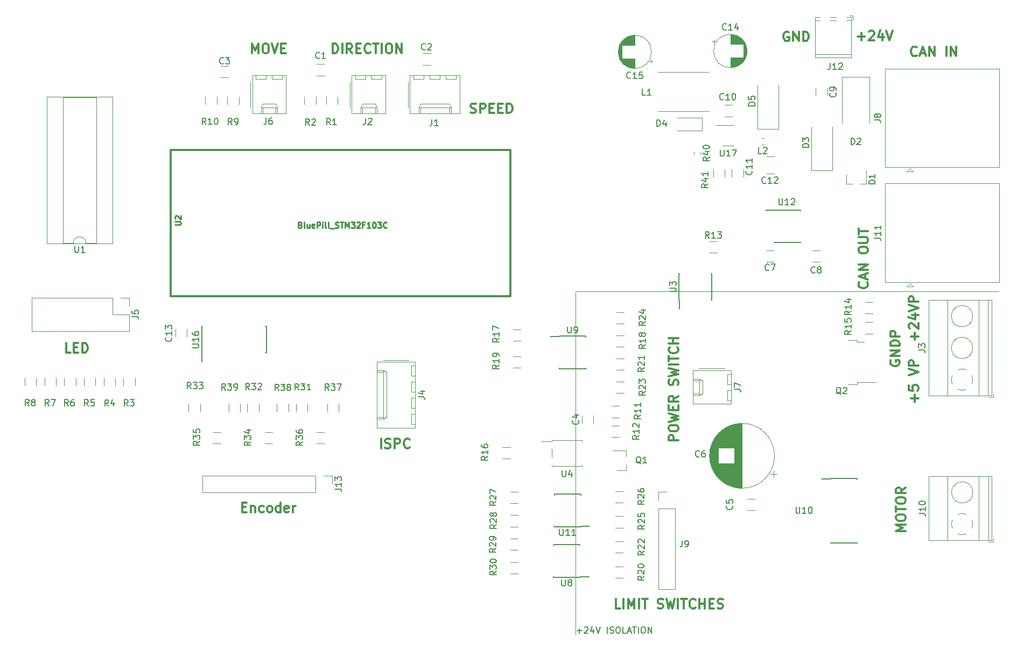
<source format=gbr>
G04 #@! TF.GenerationSoftware,KiCad,Pcbnew,5.1.2*
G04 #@! TF.CreationDate,2019-07-23T05:15:15+02:00*
G04 #@! TF.ProjectId,Motor,4d6f746f-722e-46b6-9963-61645f706362,rev?*
G04 #@! TF.SameCoordinates,Original*
G04 #@! TF.FileFunction,Legend,Top*
G04 #@! TF.FilePolarity,Positive*
%FSLAX46Y46*%
G04 Gerber Fmt 4.6, Leading zero omitted, Abs format (unit mm)*
G04 Created by KiCad (PCBNEW 5.1.2) date 2019-07-23 05:15:15*
%MOMM*%
%LPD*%
G04 APERTURE LIST*
%ADD10C,0.150000*%
%ADD11C,0.120000*%
%ADD12C,0.300000*%
%ADD13C,0.304800*%
%ADD14C,0.222250*%
G04 APERTURE END LIST*
D10*
X132671047Y-143547428D02*
X133432952Y-143547428D01*
X133052000Y-143928380D02*
X133052000Y-143166476D01*
X133861523Y-143023619D02*
X133909142Y-142976000D01*
X134004380Y-142928380D01*
X134242476Y-142928380D01*
X134337714Y-142976000D01*
X134385333Y-143023619D01*
X134432952Y-143118857D01*
X134432952Y-143214095D01*
X134385333Y-143356952D01*
X133813904Y-143928380D01*
X134432952Y-143928380D01*
X135290095Y-143261714D02*
X135290095Y-143928380D01*
X135052000Y-142880761D02*
X134813904Y-143595047D01*
X135432952Y-143595047D01*
X135671047Y-142928380D02*
X136004380Y-143928380D01*
X136337714Y-142928380D01*
X137432952Y-143928380D02*
X137432952Y-142928380D01*
X137861523Y-143880761D02*
X138004380Y-143928380D01*
X138242476Y-143928380D01*
X138337714Y-143880761D01*
X138385333Y-143833142D01*
X138432952Y-143737904D01*
X138432952Y-143642666D01*
X138385333Y-143547428D01*
X138337714Y-143499809D01*
X138242476Y-143452190D01*
X138052000Y-143404571D01*
X137956761Y-143356952D01*
X137909142Y-143309333D01*
X137861523Y-143214095D01*
X137861523Y-143118857D01*
X137909142Y-143023619D01*
X137956761Y-142976000D01*
X138052000Y-142928380D01*
X138290095Y-142928380D01*
X138432952Y-142976000D01*
X139052000Y-142928380D02*
X139242476Y-142928380D01*
X139337714Y-142976000D01*
X139432952Y-143071238D01*
X139480571Y-143261714D01*
X139480571Y-143595047D01*
X139432952Y-143785523D01*
X139337714Y-143880761D01*
X139242476Y-143928380D01*
X139052000Y-143928380D01*
X138956761Y-143880761D01*
X138861523Y-143785523D01*
X138813904Y-143595047D01*
X138813904Y-143261714D01*
X138861523Y-143071238D01*
X138956761Y-142976000D01*
X139052000Y-142928380D01*
X140385333Y-143928380D02*
X139909142Y-143928380D01*
X139909142Y-142928380D01*
X140671047Y-143642666D02*
X141147238Y-143642666D01*
X140575809Y-143928380D02*
X140909142Y-142928380D01*
X141242476Y-143928380D01*
X141432952Y-142928380D02*
X142004380Y-142928380D01*
X141718666Y-143928380D02*
X141718666Y-142928380D01*
X142337714Y-143928380D02*
X142337714Y-142928380D01*
X143004380Y-142928380D02*
X143194857Y-142928380D01*
X143290095Y-142976000D01*
X143385333Y-143071238D01*
X143432952Y-143261714D01*
X143432952Y-143595047D01*
X143385333Y-143785523D01*
X143290095Y-143880761D01*
X143194857Y-143928380D01*
X143004380Y-143928380D01*
X142909142Y-143880761D01*
X142813904Y-143785523D01*
X142766285Y-143595047D01*
X142766285Y-143261714D01*
X142813904Y-143071238D01*
X142909142Y-142976000D01*
X143004380Y-142928380D01*
X143861523Y-143928380D02*
X143861523Y-142928380D01*
X144432952Y-143928380D01*
X144432952Y-142928380D01*
D11*
X132456000Y-90136000D02*
X132456000Y-144238000D01*
X199004000Y-90136000D02*
X132456000Y-90136000D01*
D12*
X178305314Y-88658371D02*
X178376742Y-88729800D01*
X178448171Y-88944085D01*
X178448171Y-89086942D01*
X178376742Y-89301228D01*
X178233885Y-89444085D01*
X178091028Y-89515514D01*
X177805314Y-89586942D01*
X177591028Y-89586942D01*
X177305314Y-89515514D01*
X177162457Y-89444085D01*
X177019600Y-89301228D01*
X176948171Y-89086942D01*
X176948171Y-88944085D01*
X177019600Y-88729800D01*
X177091028Y-88658371D01*
X178019600Y-88086942D02*
X178019600Y-87372657D01*
X178448171Y-88229800D02*
X176948171Y-87729800D01*
X178448171Y-87229800D01*
X178448171Y-86729800D02*
X176948171Y-86729800D01*
X178448171Y-85872657D01*
X176948171Y-85872657D01*
X176948171Y-83729800D02*
X176948171Y-83444085D01*
X177019600Y-83301228D01*
X177162457Y-83158371D01*
X177448171Y-83086942D01*
X177948171Y-83086942D01*
X178233885Y-83158371D01*
X178376742Y-83301228D01*
X178448171Y-83444085D01*
X178448171Y-83729800D01*
X178376742Y-83872657D01*
X178233885Y-84015514D01*
X177948171Y-84086942D01*
X177448171Y-84086942D01*
X177162457Y-84015514D01*
X177019600Y-83872657D01*
X176948171Y-83729800D01*
X176948171Y-82444085D02*
X178162457Y-82444085D01*
X178305314Y-82372657D01*
X178376742Y-82301228D01*
X178448171Y-82158371D01*
X178448171Y-81872657D01*
X178376742Y-81729800D01*
X178305314Y-81658371D01*
X178162457Y-81586942D01*
X176948171Y-81586942D01*
X176948171Y-81086942D02*
X176948171Y-80229800D01*
X178448171Y-80658371D02*
X176948171Y-80658371D01*
X186114628Y-52901914D02*
X186043200Y-52973342D01*
X185828914Y-53044771D01*
X185686057Y-53044771D01*
X185471771Y-52973342D01*
X185328914Y-52830485D01*
X185257485Y-52687628D01*
X185186057Y-52401914D01*
X185186057Y-52187628D01*
X185257485Y-51901914D01*
X185328914Y-51759057D01*
X185471771Y-51616200D01*
X185686057Y-51544771D01*
X185828914Y-51544771D01*
X186043200Y-51616200D01*
X186114628Y-51687628D01*
X186686057Y-52616200D02*
X187400342Y-52616200D01*
X186543200Y-53044771D02*
X187043200Y-51544771D01*
X187543200Y-53044771D01*
X188043200Y-53044771D02*
X188043200Y-51544771D01*
X188900342Y-53044771D01*
X188900342Y-51544771D01*
X190757485Y-53044771D02*
X190757485Y-51544771D01*
X191471771Y-53044771D02*
X191471771Y-51544771D01*
X192328914Y-53044771D01*
X192328914Y-51544771D01*
X148603171Y-113574428D02*
X147103171Y-113574428D01*
X147103171Y-113003000D01*
X147174600Y-112860142D01*
X147246028Y-112788714D01*
X147388885Y-112717285D01*
X147603171Y-112717285D01*
X147746028Y-112788714D01*
X147817457Y-112860142D01*
X147888885Y-113003000D01*
X147888885Y-113574428D01*
X147103171Y-111788714D02*
X147103171Y-111503000D01*
X147174600Y-111360142D01*
X147317457Y-111217285D01*
X147603171Y-111145857D01*
X148103171Y-111145857D01*
X148388885Y-111217285D01*
X148531742Y-111360142D01*
X148603171Y-111503000D01*
X148603171Y-111788714D01*
X148531742Y-111931571D01*
X148388885Y-112074428D01*
X148103171Y-112145857D01*
X147603171Y-112145857D01*
X147317457Y-112074428D01*
X147174600Y-111931571D01*
X147103171Y-111788714D01*
X147103171Y-110645857D02*
X148603171Y-110288714D01*
X147531742Y-110003000D01*
X148603171Y-109717285D01*
X147103171Y-109360142D01*
X147817457Y-108788714D02*
X147817457Y-108288714D01*
X148603171Y-108074428D02*
X148603171Y-108788714D01*
X147103171Y-108788714D01*
X147103171Y-108074428D01*
X148603171Y-106574428D02*
X147888885Y-107074428D01*
X148603171Y-107431571D02*
X147103171Y-107431571D01*
X147103171Y-106860142D01*
X147174600Y-106717285D01*
X147246028Y-106645857D01*
X147388885Y-106574428D01*
X147603171Y-106574428D01*
X147746028Y-106645857D01*
X147817457Y-106717285D01*
X147888885Y-106860142D01*
X147888885Y-107431571D01*
X148531742Y-104860142D02*
X148603171Y-104645857D01*
X148603171Y-104288714D01*
X148531742Y-104145857D01*
X148460314Y-104074428D01*
X148317457Y-104003000D01*
X148174600Y-104003000D01*
X148031742Y-104074428D01*
X147960314Y-104145857D01*
X147888885Y-104288714D01*
X147817457Y-104574428D01*
X147746028Y-104717285D01*
X147674600Y-104788714D01*
X147531742Y-104860142D01*
X147388885Y-104860142D01*
X147246028Y-104788714D01*
X147174600Y-104717285D01*
X147103171Y-104574428D01*
X147103171Y-104217285D01*
X147174600Y-104003000D01*
X147103171Y-103503000D02*
X148603171Y-103145857D01*
X147531742Y-102860142D01*
X148603171Y-102574428D01*
X147103171Y-102217285D01*
X148603171Y-101645857D02*
X147103171Y-101645857D01*
X147103171Y-101145857D02*
X147103171Y-100288714D01*
X148603171Y-100717285D02*
X147103171Y-100717285D01*
X148460314Y-98931571D02*
X148531742Y-99003000D01*
X148603171Y-99217285D01*
X148603171Y-99360142D01*
X148531742Y-99574428D01*
X148388885Y-99717285D01*
X148246028Y-99788714D01*
X147960314Y-99860142D01*
X147746028Y-99860142D01*
X147460314Y-99788714D01*
X147317457Y-99717285D01*
X147174600Y-99574428D01*
X147103171Y-99360142D01*
X147103171Y-99217285D01*
X147174600Y-99003000D01*
X147246028Y-98931571D01*
X148603171Y-98288714D02*
X147103171Y-98288714D01*
X147817457Y-98288714D02*
X147817457Y-97431571D01*
X148603171Y-97431571D02*
X147103171Y-97431571D01*
X165984142Y-49254000D02*
X165841285Y-49182571D01*
X165627000Y-49182571D01*
X165412714Y-49254000D01*
X165269857Y-49396857D01*
X165198428Y-49539714D01*
X165127000Y-49825428D01*
X165127000Y-50039714D01*
X165198428Y-50325428D01*
X165269857Y-50468285D01*
X165412714Y-50611142D01*
X165627000Y-50682571D01*
X165769857Y-50682571D01*
X165984142Y-50611142D01*
X166055571Y-50539714D01*
X166055571Y-50039714D01*
X165769857Y-50039714D01*
X166698428Y-50682571D02*
X166698428Y-49182571D01*
X167555571Y-50682571D01*
X167555571Y-49182571D01*
X168269857Y-50682571D02*
X168269857Y-49182571D01*
X168627000Y-49182571D01*
X168841285Y-49254000D01*
X168984142Y-49396857D01*
X169055571Y-49539714D01*
X169127000Y-49825428D01*
X169127000Y-50039714D01*
X169055571Y-50325428D01*
X168984142Y-50468285D01*
X168841285Y-50611142D01*
X168627000Y-50682571D01*
X168269857Y-50682571D01*
X176803142Y-49984142D02*
X177946000Y-49984142D01*
X177374571Y-50555571D02*
X177374571Y-49412714D01*
X178588857Y-49198428D02*
X178660285Y-49127000D01*
X178803142Y-49055571D01*
X179160285Y-49055571D01*
X179303142Y-49127000D01*
X179374571Y-49198428D01*
X179446000Y-49341285D01*
X179446000Y-49484142D01*
X179374571Y-49698428D01*
X178517428Y-50555571D01*
X179446000Y-50555571D01*
X180731714Y-49555571D02*
X180731714Y-50555571D01*
X180374571Y-48984142D02*
X180017428Y-50055571D01*
X180946000Y-50055571D01*
X181303142Y-49055571D02*
X181803142Y-50555571D01*
X182303142Y-49055571D01*
X185776142Y-107508400D02*
X185776142Y-106365542D01*
X186347571Y-106936971D02*
X185204714Y-106936971D01*
X184847571Y-104936971D02*
X184847571Y-105651257D01*
X185561857Y-105722685D01*
X185490428Y-105651257D01*
X185419000Y-105508400D01*
X185419000Y-105151257D01*
X185490428Y-105008400D01*
X185561857Y-104936971D01*
X185704714Y-104865542D01*
X186061857Y-104865542D01*
X186204714Y-104936971D01*
X186276142Y-105008400D01*
X186347571Y-105151257D01*
X186347571Y-105508400D01*
X186276142Y-105651257D01*
X186204714Y-105722685D01*
X184847571Y-103294114D02*
X186347571Y-102794114D01*
X184847571Y-102294114D01*
X186347571Y-101794114D02*
X184847571Y-101794114D01*
X184847571Y-101222685D01*
X184919000Y-101079828D01*
X184990428Y-101008400D01*
X185133285Y-100936971D01*
X185347571Y-100936971D01*
X185490428Y-101008400D01*
X185561857Y-101079828D01*
X185633285Y-101222685D01*
X185633285Y-101794114D01*
X182023400Y-100969657D02*
X181951971Y-101112514D01*
X181951971Y-101326800D01*
X182023400Y-101541085D01*
X182166257Y-101683942D01*
X182309114Y-101755371D01*
X182594828Y-101826800D01*
X182809114Y-101826800D01*
X183094828Y-101755371D01*
X183237685Y-101683942D01*
X183380542Y-101541085D01*
X183451971Y-101326800D01*
X183451971Y-101183942D01*
X183380542Y-100969657D01*
X183309114Y-100898228D01*
X182809114Y-100898228D01*
X182809114Y-101183942D01*
X183451971Y-100255371D02*
X181951971Y-100255371D01*
X183451971Y-99398228D01*
X181951971Y-99398228D01*
X183451971Y-98683942D02*
X181951971Y-98683942D01*
X181951971Y-98326800D01*
X182023400Y-98112514D01*
X182166257Y-97969657D01*
X182309114Y-97898228D01*
X182594828Y-97826800D01*
X182809114Y-97826800D01*
X183094828Y-97898228D01*
X183237685Y-97969657D01*
X183380542Y-98112514D01*
X183451971Y-98326800D01*
X183451971Y-98683942D01*
X183451971Y-97183942D02*
X181951971Y-97183942D01*
X181951971Y-96612514D01*
X182023400Y-96469657D01*
X182094828Y-96398228D01*
X182237685Y-96326800D01*
X182451971Y-96326800D01*
X182594828Y-96398228D01*
X182666257Y-96469657D01*
X182737685Y-96612514D01*
X182737685Y-97183942D01*
X185776142Y-97745257D02*
X185776142Y-96602400D01*
X186347571Y-97173828D02*
X185204714Y-97173828D01*
X184990428Y-95959542D02*
X184919000Y-95888114D01*
X184847571Y-95745257D01*
X184847571Y-95388114D01*
X184919000Y-95245257D01*
X184990428Y-95173828D01*
X185133285Y-95102400D01*
X185276142Y-95102400D01*
X185490428Y-95173828D01*
X186347571Y-96030971D01*
X186347571Y-95102400D01*
X185347571Y-93816685D02*
X186347571Y-93816685D01*
X184776142Y-94173828D02*
X185847571Y-94530971D01*
X185847571Y-93602400D01*
X184847571Y-93245257D02*
X186347571Y-92745257D01*
X184847571Y-92245257D01*
X186347571Y-91745257D02*
X184847571Y-91745257D01*
X184847571Y-91173828D01*
X184919000Y-91030971D01*
X184990428Y-90959542D01*
X185133285Y-90888114D01*
X185347571Y-90888114D01*
X185490428Y-90959542D01*
X185561857Y-91030971D01*
X185633285Y-91173828D01*
X185633285Y-91745257D01*
X184366371Y-127869657D02*
X182866371Y-127869657D01*
X183937800Y-127369657D01*
X182866371Y-126869657D01*
X184366371Y-126869657D01*
X182866371Y-125869657D02*
X182866371Y-125583942D01*
X182937800Y-125441085D01*
X183080657Y-125298228D01*
X183366371Y-125226800D01*
X183866371Y-125226800D01*
X184152085Y-125298228D01*
X184294942Y-125441085D01*
X184366371Y-125583942D01*
X184366371Y-125869657D01*
X184294942Y-126012514D01*
X184152085Y-126155371D01*
X183866371Y-126226800D01*
X183366371Y-126226800D01*
X183080657Y-126155371D01*
X182937800Y-126012514D01*
X182866371Y-125869657D01*
X182866371Y-124798228D02*
X182866371Y-123941085D01*
X184366371Y-124369657D02*
X182866371Y-124369657D01*
X182866371Y-123155371D02*
X182866371Y-122869657D01*
X182937800Y-122726800D01*
X183080657Y-122583942D01*
X183366371Y-122512514D01*
X183866371Y-122512514D01*
X184152085Y-122583942D01*
X184294942Y-122726800D01*
X184366371Y-122869657D01*
X184366371Y-123155371D01*
X184294942Y-123298228D01*
X184152085Y-123441085D01*
X183866371Y-123512514D01*
X183366371Y-123512514D01*
X183080657Y-123441085D01*
X182937800Y-123298228D01*
X182866371Y-123155371D01*
X184366371Y-121012514D02*
X183652085Y-121512514D01*
X184366371Y-121869657D02*
X182866371Y-121869657D01*
X182866371Y-121298228D01*
X182937800Y-121155371D01*
X183009228Y-121083942D01*
X183152085Y-121012514D01*
X183366371Y-121012514D01*
X183509228Y-121083942D01*
X183580657Y-121155371D01*
X183652085Y-121298228D01*
X183652085Y-121869657D01*
X139509428Y-140039771D02*
X138795142Y-140039771D01*
X138795142Y-138539771D01*
X140009428Y-140039771D02*
X140009428Y-138539771D01*
X140723714Y-140039771D02*
X140723714Y-138539771D01*
X141223714Y-139611200D01*
X141723714Y-138539771D01*
X141723714Y-140039771D01*
X142438000Y-140039771D02*
X142438000Y-138539771D01*
X142938000Y-138539771D02*
X143795142Y-138539771D01*
X143366571Y-140039771D02*
X143366571Y-138539771D01*
X145366571Y-139968342D02*
X145580857Y-140039771D01*
X145938000Y-140039771D01*
X146080857Y-139968342D01*
X146152285Y-139896914D01*
X146223714Y-139754057D01*
X146223714Y-139611200D01*
X146152285Y-139468342D01*
X146080857Y-139396914D01*
X145938000Y-139325485D01*
X145652285Y-139254057D01*
X145509428Y-139182628D01*
X145438000Y-139111200D01*
X145366571Y-138968342D01*
X145366571Y-138825485D01*
X145438000Y-138682628D01*
X145509428Y-138611200D01*
X145652285Y-138539771D01*
X146009428Y-138539771D01*
X146223714Y-138611200D01*
X146723714Y-138539771D02*
X147080857Y-140039771D01*
X147366571Y-138968342D01*
X147652285Y-140039771D01*
X148009428Y-138539771D01*
X148580857Y-140039771D02*
X148580857Y-138539771D01*
X149080857Y-138539771D02*
X149938000Y-138539771D01*
X149509428Y-140039771D02*
X149509428Y-138539771D01*
X151295142Y-139896914D02*
X151223714Y-139968342D01*
X151009428Y-140039771D01*
X150866571Y-140039771D01*
X150652285Y-139968342D01*
X150509428Y-139825485D01*
X150438000Y-139682628D01*
X150366571Y-139396914D01*
X150366571Y-139182628D01*
X150438000Y-138896914D01*
X150509428Y-138754057D01*
X150652285Y-138611200D01*
X150866571Y-138539771D01*
X151009428Y-138539771D01*
X151223714Y-138611200D01*
X151295142Y-138682628D01*
X151938000Y-140039771D02*
X151938000Y-138539771D01*
X151938000Y-139254057D02*
X152795142Y-139254057D01*
X152795142Y-140039771D02*
X152795142Y-138539771D01*
X153509428Y-139254057D02*
X154009428Y-139254057D01*
X154223714Y-140039771D02*
X153509428Y-140039771D01*
X153509428Y-138539771D01*
X154223714Y-138539771D01*
X154795142Y-139968342D02*
X155009428Y-140039771D01*
X155366571Y-140039771D01*
X155509428Y-139968342D01*
X155580857Y-139896914D01*
X155652285Y-139754057D01*
X155652285Y-139611200D01*
X155580857Y-139468342D01*
X155509428Y-139396914D01*
X155366571Y-139325485D01*
X155080857Y-139254057D01*
X154938000Y-139182628D01*
X154866571Y-139111200D01*
X154795142Y-138968342D01*
X154795142Y-138825485D01*
X154866571Y-138682628D01*
X154938000Y-138611200D01*
X155080857Y-138539771D01*
X155438000Y-138539771D01*
X155652285Y-138611200D01*
X115936885Y-61939542D02*
X116151171Y-62010971D01*
X116508314Y-62010971D01*
X116651171Y-61939542D01*
X116722600Y-61868114D01*
X116794028Y-61725257D01*
X116794028Y-61582400D01*
X116722600Y-61439542D01*
X116651171Y-61368114D01*
X116508314Y-61296685D01*
X116222600Y-61225257D01*
X116079742Y-61153828D01*
X116008314Y-61082400D01*
X115936885Y-60939542D01*
X115936885Y-60796685D01*
X116008314Y-60653828D01*
X116079742Y-60582400D01*
X116222600Y-60510971D01*
X116579742Y-60510971D01*
X116794028Y-60582400D01*
X117436885Y-62010971D02*
X117436885Y-60510971D01*
X118008314Y-60510971D01*
X118151171Y-60582400D01*
X118222600Y-60653828D01*
X118294028Y-60796685D01*
X118294028Y-61010971D01*
X118222600Y-61153828D01*
X118151171Y-61225257D01*
X118008314Y-61296685D01*
X117436885Y-61296685D01*
X118936885Y-61225257D02*
X119436885Y-61225257D01*
X119651171Y-62010971D02*
X118936885Y-62010971D01*
X118936885Y-60510971D01*
X119651171Y-60510971D01*
X120294028Y-61225257D02*
X120794028Y-61225257D01*
X121008314Y-62010971D02*
X120294028Y-62010971D01*
X120294028Y-60510971D01*
X121008314Y-60510971D01*
X121651171Y-62010971D02*
X121651171Y-60510971D01*
X122008314Y-60510971D01*
X122222600Y-60582400D01*
X122365457Y-60725257D01*
X122436885Y-60868114D01*
X122508314Y-61153828D01*
X122508314Y-61368114D01*
X122436885Y-61653828D01*
X122365457Y-61796685D01*
X122222600Y-61939542D01*
X122008314Y-62010971D01*
X121651171Y-62010971D01*
X94261428Y-52587571D02*
X94261428Y-51087571D01*
X94618571Y-51087571D01*
X94832857Y-51159000D01*
X94975714Y-51301857D01*
X95047142Y-51444714D01*
X95118571Y-51730428D01*
X95118571Y-51944714D01*
X95047142Y-52230428D01*
X94975714Y-52373285D01*
X94832857Y-52516142D01*
X94618571Y-52587571D01*
X94261428Y-52587571D01*
X95761428Y-52587571D02*
X95761428Y-51087571D01*
X97332857Y-52587571D02*
X96832857Y-51873285D01*
X96475714Y-52587571D02*
X96475714Y-51087571D01*
X97047142Y-51087571D01*
X97190000Y-51159000D01*
X97261428Y-51230428D01*
X97332857Y-51373285D01*
X97332857Y-51587571D01*
X97261428Y-51730428D01*
X97190000Y-51801857D01*
X97047142Y-51873285D01*
X96475714Y-51873285D01*
X97975714Y-51801857D02*
X98475714Y-51801857D01*
X98690000Y-52587571D02*
X97975714Y-52587571D01*
X97975714Y-51087571D01*
X98690000Y-51087571D01*
X100190000Y-52444714D02*
X100118571Y-52516142D01*
X99904285Y-52587571D01*
X99761428Y-52587571D01*
X99547142Y-52516142D01*
X99404285Y-52373285D01*
X99332857Y-52230428D01*
X99261428Y-51944714D01*
X99261428Y-51730428D01*
X99332857Y-51444714D01*
X99404285Y-51301857D01*
X99547142Y-51159000D01*
X99761428Y-51087571D01*
X99904285Y-51087571D01*
X100118571Y-51159000D01*
X100190000Y-51230428D01*
X100618571Y-51087571D02*
X101475714Y-51087571D01*
X101047142Y-52587571D02*
X101047142Y-51087571D01*
X101975714Y-52587571D02*
X101975714Y-51087571D01*
X102975714Y-51087571D02*
X103261428Y-51087571D01*
X103404285Y-51159000D01*
X103547142Y-51301857D01*
X103618571Y-51587571D01*
X103618571Y-52087571D01*
X103547142Y-52373285D01*
X103404285Y-52516142D01*
X103261428Y-52587571D01*
X102975714Y-52587571D01*
X102832857Y-52516142D01*
X102690000Y-52373285D01*
X102618571Y-52087571D01*
X102618571Y-51587571D01*
X102690000Y-51301857D01*
X102832857Y-51159000D01*
X102975714Y-51087571D01*
X104261428Y-52587571D02*
X104261428Y-51087571D01*
X105118571Y-52587571D01*
X105118571Y-51087571D01*
X81588857Y-52587571D02*
X81588857Y-51087571D01*
X82088857Y-52159000D01*
X82588857Y-51087571D01*
X82588857Y-52587571D01*
X83588857Y-51087571D02*
X83874571Y-51087571D01*
X84017428Y-51159000D01*
X84160285Y-51301857D01*
X84231714Y-51587571D01*
X84231714Y-52087571D01*
X84160285Y-52373285D01*
X84017428Y-52516142D01*
X83874571Y-52587571D01*
X83588857Y-52587571D01*
X83446000Y-52516142D01*
X83303142Y-52373285D01*
X83231714Y-52087571D01*
X83231714Y-51587571D01*
X83303142Y-51301857D01*
X83446000Y-51159000D01*
X83588857Y-51087571D01*
X84660285Y-51087571D02*
X85160285Y-52587571D01*
X85660285Y-51087571D01*
X86160285Y-51801857D02*
X86660285Y-51801857D01*
X86874571Y-52587571D02*
X86160285Y-52587571D01*
X86160285Y-51087571D01*
X86874571Y-51087571D01*
X80038057Y-124090257D02*
X80538057Y-124090257D01*
X80752342Y-124875971D02*
X80038057Y-124875971D01*
X80038057Y-123375971D01*
X80752342Y-123375971D01*
X81395200Y-123875971D02*
X81395200Y-124875971D01*
X81395200Y-124018828D02*
X81466628Y-123947400D01*
X81609485Y-123875971D01*
X81823771Y-123875971D01*
X81966628Y-123947400D01*
X82038057Y-124090257D01*
X82038057Y-124875971D01*
X83395200Y-124804542D02*
X83252342Y-124875971D01*
X82966628Y-124875971D01*
X82823771Y-124804542D01*
X82752342Y-124733114D01*
X82680914Y-124590257D01*
X82680914Y-124161685D01*
X82752342Y-124018828D01*
X82823771Y-123947400D01*
X82966628Y-123875971D01*
X83252342Y-123875971D01*
X83395200Y-123947400D01*
X84252342Y-124875971D02*
X84109485Y-124804542D01*
X84038057Y-124733114D01*
X83966628Y-124590257D01*
X83966628Y-124161685D01*
X84038057Y-124018828D01*
X84109485Y-123947400D01*
X84252342Y-123875971D01*
X84466628Y-123875971D01*
X84609485Y-123947400D01*
X84680914Y-124018828D01*
X84752342Y-124161685D01*
X84752342Y-124590257D01*
X84680914Y-124733114D01*
X84609485Y-124804542D01*
X84466628Y-124875971D01*
X84252342Y-124875971D01*
X86038057Y-124875971D02*
X86038057Y-123375971D01*
X86038057Y-124804542D02*
X85895200Y-124875971D01*
X85609485Y-124875971D01*
X85466628Y-124804542D01*
X85395200Y-124733114D01*
X85323771Y-124590257D01*
X85323771Y-124161685D01*
X85395200Y-124018828D01*
X85466628Y-123947400D01*
X85609485Y-123875971D01*
X85895200Y-123875971D01*
X86038057Y-123947400D01*
X87323771Y-124804542D02*
X87180914Y-124875971D01*
X86895200Y-124875971D01*
X86752342Y-124804542D01*
X86680914Y-124661685D01*
X86680914Y-124090257D01*
X86752342Y-123947400D01*
X86895200Y-123875971D01*
X87180914Y-123875971D01*
X87323771Y-123947400D01*
X87395200Y-124090257D01*
X87395200Y-124233114D01*
X86680914Y-124375971D01*
X88038057Y-124875971D02*
X88038057Y-123875971D01*
X88038057Y-124161685D02*
X88109485Y-124018828D01*
X88180914Y-123947400D01*
X88323771Y-123875971D01*
X88466628Y-123875971D01*
X53031114Y-99729971D02*
X52316828Y-99729971D01*
X52316828Y-98229971D01*
X53531114Y-98944257D02*
X54031114Y-98944257D01*
X54245400Y-99729971D02*
X53531114Y-99729971D01*
X53531114Y-98229971D01*
X54245400Y-98229971D01*
X54888257Y-99729971D02*
X54888257Y-98229971D01*
X55245400Y-98229971D01*
X55459685Y-98301400D01*
X55602542Y-98444257D01*
X55673971Y-98587114D01*
X55745400Y-98872828D01*
X55745400Y-99087114D01*
X55673971Y-99372828D01*
X55602542Y-99515685D01*
X55459685Y-99658542D01*
X55245400Y-99729971D01*
X54888257Y-99729971D01*
X101869914Y-114792171D02*
X101869914Y-113292171D01*
X102512771Y-114720742D02*
X102727057Y-114792171D01*
X103084200Y-114792171D01*
X103227057Y-114720742D01*
X103298485Y-114649314D01*
X103369914Y-114506457D01*
X103369914Y-114363600D01*
X103298485Y-114220742D01*
X103227057Y-114149314D01*
X103084200Y-114077885D01*
X102798485Y-114006457D01*
X102655628Y-113935028D01*
X102584200Y-113863600D01*
X102512771Y-113720742D01*
X102512771Y-113577885D01*
X102584200Y-113435028D01*
X102655628Y-113363600D01*
X102798485Y-113292171D01*
X103155628Y-113292171D01*
X103369914Y-113363600D01*
X104012771Y-114792171D02*
X104012771Y-113292171D01*
X104584200Y-113292171D01*
X104727057Y-113363600D01*
X104798485Y-113435028D01*
X104869914Y-113577885D01*
X104869914Y-113792171D01*
X104798485Y-113935028D01*
X104727057Y-114006457D01*
X104584200Y-114077885D01*
X104012771Y-114077885D01*
X106369914Y-114649314D02*
X106298485Y-114720742D01*
X106084200Y-114792171D01*
X105941342Y-114792171D01*
X105727057Y-114720742D01*
X105584200Y-114577885D01*
X105512771Y-114435028D01*
X105441342Y-114149314D01*
X105441342Y-113935028D01*
X105512771Y-113649314D01*
X105584200Y-113506457D01*
X105727057Y-113363600D01*
X105941342Y-113292171D01*
X106084200Y-113292171D01*
X106298485Y-113363600D01*
X106369914Y-113435028D01*
D11*
X120968436Y-114626000D02*
X122172564Y-114626000D01*
X120968436Y-116446000D02*
X122172564Y-116446000D01*
D10*
X163705800Y-82424000D02*
X163705800Y-82279000D01*
X163705800Y-82424000D02*
X167855800Y-82424000D01*
X167855800Y-77274000D02*
X167855800Y-77419000D01*
X163705800Y-77274000D02*
X167855800Y-77274000D01*
X163705800Y-77274000D02*
X163705800Y-77324000D01*
X167855800Y-82424000D02*
X167855800Y-82279000D01*
X163705800Y-77324000D02*
X162305800Y-77324000D01*
D13*
X122168200Y-90841000D02*
X68768200Y-90841000D01*
X68768200Y-90841000D02*
X68768200Y-67841000D01*
X68768200Y-67841000D02*
X122168200Y-67841000D01*
X122168200Y-67841000D02*
X122168200Y-90841000D01*
D11*
X175036440Y-73207440D02*
X175966440Y-73207440D01*
X178196440Y-73207440D02*
X177266440Y-73207440D01*
X178196440Y-73207440D02*
X178196440Y-71047440D01*
X175036440Y-73207440D02*
X175036440Y-71747440D01*
X178675000Y-56318400D02*
X174375000Y-56318400D01*
X174375000Y-56318400D02*
X174375000Y-63618400D01*
X178675000Y-56318400D02*
X178675000Y-63618400D01*
X169541000Y-71066400D02*
X172841000Y-71066400D01*
X172841000Y-71066400D02*
X172841000Y-64166400D01*
X169541000Y-71066400D02*
X169541000Y-64166400D01*
X161070100Y-64515100D02*
X161070100Y-57615100D01*
X164370100Y-64515100D02*
X164370100Y-57615100D01*
X161070100Y-64515100D02*
X164370100Y-64515100D01*
X153416800Y-61765400D02*
X145416800Y-61765400D01*
X153416800Y-55565400D02*
X145416800Y-55565400D01*
X162077267Y-67011300D02*
X161734733Y-67011300D01*
X162077267Y-65991300D02*
X161734733Y-65991300D01*
X140414360Y-118332660D02*
X138954360Y-118332660D01*
X140414360Y-115172660D02*
X138254360Y-115172660D01*
X140414360Y-115172660D02*
X140414360Y-116102660D01*
X140414360Y-118332660D02*
X140414360Y-117402660D01*
X175259800Y-104711200D02*
X176759800Y-104711200D01*
X176759800Y-104711200D02*
X176759800Y-104441200D01*
X176759800Y-104441200D02*
X179589800Y-104441200D01*
X175259800Y-97811200D02*
X176759800Y-97811200D01*
X176759800Y-97811200D02*
X176759800Y-98081200D01*
X176759800Y-98081200D02*
X177859800Y-98081200D01*
X95037400Y-59450536D02*
X95037400Y-60654664D01*
X93217400Y-59450536D02*
X93217400Y-60654664D01*
X89813800Y-59450536D02*
X89813800Y-60654664D01*
X91633800Y-59450536D02*
X91633800Y-60654664D01*
X61354080Y-104940884D02*
X61354080Y-103736756D01*
X63174080Y-104940884D02*
X63174080Y-103736756D01*
X60071216Y-104940884D02*
X60071216Y-103736756D01*
X58251216Y-104940884D02*
X58251216Y-103736756D01*
X55148352Y-104940884D02*
X55148352Y-103736756D01*
X56968352Y-104940884D02*
X56968352Y-103736756D01*
X53865488Y-104940884D02*
X53865488Y-103736756D01*
X52045488Y-104940884D02*
X52045488Y-103736756D01*
X48942624Y-104940884D02*
X48942624Y-103736756D01*
X50762624Y-104940884D02*
X50762624Y-103736756D01*
X47659760Y-104940884D02*
X47659760Y-103736756D01*
X45839760Y-104940884D02*
X45839760Y-103736756D01*
X79505300Y-59450536D02*
X79505300Y-60654664D01*
X77685300Y-59450536D02*
X77685300Y-60654664D01*
X74218200Y-59450536D02*
X74218200Y-60654664D01*
X76038200Y-59450536D02*
X76038200Y-60654664D01*
X138122656Y-109966460D02*
X139326784Y-109966460D01*
X138122656Y-108146460D02*
X139326784Y-108146460D01*
X138131216Y-113065260D02*
X139335344Y-113065260D01*
X138131216Y-111245260D02*
X139335344Y-111245260D01*
X153526816Y-84002580D02*
X154730944Y-84002580D01*
X153526816Y-82182580D02*
X154730944Y-82182580D01*
X178020036Y-91791400D02*
X179224164Y-91791400D01*
X178020036Y-93611400D02*
X179224164Y-93611400D01*
X178020036Y-94941000D02*
X179224164Y-94941000D01*
X178020036Y-96761000D02*
X179224164Y-96761000D01*
X123831184Y-96099240D02*
X122627056Y-96099240D01*
X123831184Y-97919240D02*
X122627056Y-97919240D01*
X140066784Y-98842106D02*
X138862656Y-98842106D01*
X140066784Y-97022106D02*
X138862656Y-97022106D01*
X123831184Y-100334400D02*
X122627056Y-100334400D01*
X123831184Y-102154400D02*
X122627056Y-102154400D01*
X138700756Y-133410280D02*
X139904884Y-133410280D01*
X138700756Y-135230280D02*
X139904884Y-135230280D01*
X140066784Y-102482772D02*
X138862656Y-102482772D01*
X140066784Y-100662772D02*
X138862656Y-100662772D01*
X138700756Y-131284812D02*
X139904884Y-131284812D01*
X138700756Y-129464812D02*
X139904884Y-129464812D01*
X138862656Y-104303440D02*
X140066784Y-104303440D01*
X138862656Y-106123440D02*
X140066784Y-106123440D01*
X140066784Y-93381440D02*
X138862656Y-93381440D01*
X140066784Y-95201440D02*
X138862656Y-95201440D01*
X138700756Y-127339346D02*
X139904884Y-127339346D01*
X138700756Y-125519346D02*
X139904884Y-125519346D01*
X138700756Y-121573880D02*
X139904884Y-121573880D01*
X138700756Y-123393880D02*
X139904884Y-123393880D01*
X123386684Y-121641480D02*
X122182556Y-121641480D01*
X123386684Y-123461480D02*
X122182556Y-123461480D01*
X123386684Y-127161413D02*
X122182556Y-127161413D01*
X123386684Y-125341413D02*
X122182556Y-125341413D01*
X123386684Y-129041346D02*
X122182556Y-129041346D01*
X123386684Y-130861346D02*
X122182556Y-130861346D01*
X123386684Y-134561280D02*
X122182556Y-134561280D01*
X123386684Y-132741280D02*
X122182556Y-132741280D01*
X88472680Y-107835576D02*
X88472680Y-109039704D01*
X90292680Y-107835576D02*
X90292680Y-109039704D01*
X82665060Y-107835576D02*
X82665060Y-109039704D01*
X80845060Y-107835576D02*
X80845060Y-109039704D01*
X71619780Y-107835576D02*
X71619780Y-109039704D01*
X73439780Y-107835576D02*
X73439780Y-109039704D01*
X83562186Y-112246020D02*
X84766314Y-112246020D01*
X83562186Y-114066020D02*
X84766314Y-114066020D01*
X75415136Y-112246020D02*
X76619264Y-112246020D01*
X75415136Y-114066020D02*
X76619264Y-114066020D01*
X92913364Y-112246020D02*
X91709236Y-112246020D01*
X92913364Y-114066020D02*
X91709236Y-114066020D01*
X93397740Y-109039704D02*
X93397740Y-107835576D01*
X95217740Y-109039704D02*
X95217740Y-107835576D01*
X87290400Y-109039704D02*
X87290400Y-107835576D01*
X85470400Y-109039704D02*
X85470400Y-107835576D01*
X77926600Y-109039704D02*
X77926600Y-107835576D01*
X79746600Y-109039704D02*
X79746600Y-107835576D01*
X154126600Y-72057964D02*
X154126600Y-70853836D01*
X155946600Y-72057964D02*
X155946600Y-70853836D01*
X128704320Y-113741880D02*
X127004320Y-113741880D01*
X128704320Y-116241880D02*
X128704320Y-114941880D01*
X133504320Y-117441880D02*
X133504320Y-117591880D01*
X133504320Y-117591880D02*
X128704320Y-117591880D01*
X128704320Y-117591880D02*
X128704320Y-117441880D01*
X128704320Y-113741880D02*
X128704320Y-113591880D01*
X128704320Y-113591880D02*
X133504320Y-113591880D01*
X133504320Y-113591880D02*
X133504320Y-113741880D01*
D10*
X133128920Y-135108680D02*
X133128920Y-135058680D01*
X128978920Y-135108680D02*
X128978920Y-134963680D01*
X128978920Y-129958680D02*
X128978920Y-130103680D01*
X133128920Y-129958680D02*
X133128920Y-130103680D01*
X133128920Y-135108680D02*
X128978920Y-135108680D01*
X133128920Y-129958680D02*
X128978920Y-129958680D01*
X133128920Y-135058680D02*
X134528920Y-135058680D01*
X129911020Y-97120000D02*
X129911020Y-97170000D01*
X134061020Y-97120000D02*
X134061020Y-97265000D01*
X134061020Y-102270000D02*
X134061020Y-102125000D01*
X129911020Y-102270000D02*
X129911020Y-102125000D01*
X129911020Y-97120000D02*
X134061020Y-97120000D01*
X129911020Y-102270000D02*
X134061020Y-102270000D01*
X129911020Y-97170000D02*
X128511020Y-97170000D01*
X172545000Y-119605000D02*
X172545000Y-119630000D01*
X176695000Y-119605000D02*
X176695000Y-119710000D01*
X176695000Y-129755000D02*
X176695000Y-129650000D01*
X172545000Y-129755000D02*
X172545000Y-129650000D01*
X172545000Y-119605000D02*
X176695000Y-119605000D01*
X172545000Y-129755000D02*
X176695000Y-129755000D01*
X172545000Y-119630000D02*
X171170000Y-119630000D01*
X133263520Y-127133880D02*
X134663520Y-127133880D01*
X133263520Y-122033880D02*
X129113520Y-122033880D01*
X133263520Y-127183880D02*
X129113520Y-127183880D01*
X133263520Y-122033880D02*
X133263520Y-122178880D01*
X129113520Y-122033880D02*
X129113520Y-122178880D01*
X129113520Y-127183880D02*
X129113520Y-127038880D01*
X133263520Y-127183880D02*
X133263520Y-127133880D01*
X73670160Y-99792900D02*
X73695160Y-99792900D01*
X73670160Y-95642900D02*
X73775160Y-95642900D01*
X83820160Y-95642900D02*
X83715160Y-95642900D01*
X83820160Y-99792900D02*
X83715160Y-99792900D01*
X73670160Y-99792900D02*
X73670160Y-95642900D01*
X83820160Y-99792900D02*
X83820160Y-95642900D01*
X73695160Y-99792900D02*
X73695160Y-101167900D01*
D11*
X155580600Y-67161300D02*
X157380600Y-67161300D01*
X157380600Y-63941300D02*
X154430600Y-63941300D01*
X106412600Y-56092600D02*
X106412600Y-62112600D01*
X106412600Y-62112600D02*
X114252600Y-62112600D01*
X114252600Y-62112600D02*
X114252600Y-56092600D01*
X114252600Y-56092600D02*
X106412600Y-56092600D01*
X106122600Y-57122600D02*
X106122600Y-61122600D01*
X107792600Y-62112600D02*
X107792600Y-61112600D01*
X107792600Y-61112600D02*
X112872600Y-61112600D01*
X112872600Y-61112600D02*
X112872600Y-62112600D01*
X107792600Y-61112600D02*
X108042600Y-60582600D01*
X108042600Y-60582600D02*
X112622600Y-60582600D01*
X112622600Y-60582600D02*
X112872600Y-61112600D01*
X108042600Y-62112600D02*
X108042600Y-61112600D01*
X112622600Y-62112600D02*
X112622600Y-61112600D01*
X106992600Y-56092600D02*
X106992600Y-56692600D01*
X106992600Y-56692600D02*
X108592600Y-56692600D01*
X108592600Y-56692600D02*
X108592600Y-56092600D01*
X109532600Y-56092600D02*
X109532600Y-56692600D01*
X109532600Y-56692600D02*
X111132600Y-56692600D01*
X111132600Y-56692600D02*
X111132600Y-56092600D01*
X112072600Y-56092600D02*
X112072600Y-56692600D01*
X112072600Y-56692600D02*
X113672600Y-56692600D01*
X113672600Y-56692600D02*
X113672600Y-56092600D01*
X97268600Y-56092600D02*
X97268600Y-62112600D01*
X97268600Y-62112600D02*
X102568600Y-62112600D01*
X102568600Y-62112600D02*
X102568600Y-56092600D01*
X102568600Y-56092600D02*
X97268600Y-56092600D01*
X96978600Y-57122600D02*
X96978600Y-61122600D01*
X98648600Y-62112600D02*
X98648600Y-61112600D01*
X98648600Y-61112600D02*
X101188600Y-61112600D01*
X101188600Y-61112600D02*
X101188600Y-62112600D01*
X98648600Y-61112600D02*
X98898600Y-60582600D01*
X98898600Y-60582600D02*
X100938600Y-60582600D01*
X100938600Y-60582600D02*
X101188600Y-61112600D01*
X98898600Y-62112600D02*
X98898600Y-61112600D01*
X100938600Y-62112600D02*
X100938600Y-61112600D01*
X97848600Y-56092600D02*
X97848600Y-56692600D01*
X97848600Y-56692600D02*
X99448600Y-56692600D01*
X99448600Y-56692600D02*
X99448600Y-56092600D01*
X100388600Y-56092600D02*
X100388600Y-56692600D01*
X100388600Y-56692600D02*
X101988600Y-56692600D01*
X101988600Y-56692600D02*
X101988600Y-56092600D01*
X107215800Y-101202000D02*
X101195800Y-101202000D01*
X101195800Y-101202000D02*
X101195800Y-111582000D01*
X101195800Y-111582000D02*
X107215800Y-111582000D01*
X107215800Y-111582000D02*
X107215800Y-101202000D01*
X106185800Y-100912000D02*
X102185800Y-100912000D01*
X101195800Y-102582000D02*
X102195800Y-102582000D01*
X102195800Y-102582000D02*
X102195800Y-110202000D01*
X102195800Y-110202000D02*
X101195800Y-110202000D01*
X102195800Y-102582000D02*
X102725800Y-102832000D01*
X102725800Y-102832000D02*
X102725800Y-109952000D01*
X102725800Y-109952000D02*
X102195800Y-110202000D01*
X101195800Y-102832000D02*
X102195800Y-102832000D01*
X101195800Y-109952000D02*
X102195800Y-109952000D01*
X107215800Y-101782000D02*
X106615800Y-101782000D01*
X106615800Y-101782000D02*
X106615800Y-103382000D01*
X106615800Y-103382000D02*
X107215800Y-103382000D01*
X107215800Y-104322000D02*
X106615800Y-104322000D01*
X106615800Y-104322000D02*
X106615800Y-105922000D01*
X106615800Y-105922000D02*
X107215800Y-105922000D01*
X107215800Y-106862000D02*
X106615800Y-106862000D01*
X106615800Y-106862000D02*
X106615800Y-108462000D01*
X106615800Y-108462000D02*
X107215800Y-108462000D01*
X107215800Y-109402000D02*
X106615800Y-109402000D01*
X106615800Y-109402000D02*
X106615800Y-111002000D01*
X106615800Y-111002000D02*
X107215800Y-111002000D01*
X81622200Y-56092600D02*
X81622200Y-62112600D01*
X81622200Y-62112600D02*
X86922200Y-62112600D01*
X86922200Y-62112600D02*
X86922200Y-56092600D01*
X86922200Y-56092600D02*
X81622200Y-56092600D01*
X81332200Y-57122600D02*
X81332200Y-61122600D01*
X83002200Y-62112600D02*
X83002200Y-61112600D01*
X83002200Y-61112600D02*
X85542200Y-61112600D01*
X85542200Y-61112600D02*
X85542200Y-62112600D01*
X83002200Y-61112600D02*
X83252200Y-60582600D01*
X83252200Y-60582600D02*
X85292200Y-60582600D01*
X85292200Y-60582600D02*
X85542200Y-61112600D01*
X83252200Y-62112600D02*
X83252200Y-61112600D01*
X85292200Y-62112600D02*
X85292200Y-61112600D01*
X82202200Y-56092600D02*
X82202200Y-56692600D01*
X82202200Y-56692600D02*
X83802200Y-56692600D01*
X83802200Y-56692600D02*
X83802200Y-56092600D01*
X84742200Y-56092600D02*
X84742200Y-56692600D01*
X84742200Y-56692600D02*
X86342200Y-56692600D01*
X86342200Y-56692600D02*
X86342200Y-56092600D01*
X156305820Y-107250420D02*
X156905820Y-107250420D01*
X156305820Y-105650420D02*
X156305820Y-107250420D01*
X156905820Y-105650420D02*
X156305820Y-105650420D01*
X156305820Y-104710420D02*
X156905820Y-104710420D01*
X156305820Y-103110420D02*
X156305820Y-104710420D01*
X156905820Y-103110420D02*
X156305820Y-103110420D01*
X150885820Y-106200420D02*
X151885820Y-106200420D01*
X150885820Y-104160420D02*
X151885820Y-104160420D01*
X152415820Y-106200420D02*
X151885820Y-106450420D01*
X152415820Y-104160420D02*
X152415820Y-106200420D01*
X151885820Y-103910420D02*
X152415820Y-104160420D01*
X151885820Y-106450420D02*
X150885820Y-106450420D01*
X151885820Y-103910420D02*
X151885820Y-106450420D01*
X150885820Y-103910420D02*
X151885820Y-103910420D01*
X155875820Y-102240420D02*
X151875820Y-102240420D01*
X156905820Y-107830420D02*
X156905820Y-102530420D01*
X150885820Y-107830420D02*
X156905820Y-107830420D01*
X150885820Y-102530420D02*
X150885820Y-107830420D01*
X156905820Y-102530420D02*
X150885820Y-102530420D01*
X145469380Y-137046300D02*
X148129380Y-137046300D01*
X145469380Y-124286300D02*
X145469380Y-137046300D01*
X148129380Y-124286300D02*
X148129380Y-137046300D01*
X145469380Y-124286300D02*
X148129380Y-124286300D01*
X145469380Y-123016300D02*
X145469380Y-121686300D01*
X145469380Y-121686300D02*
X146799380Y-121686300D01*
X194798356Y-126079482D02*
G75*
G02X194943600Y-126762800I-1534756J-683318D01*
G01*
X192580558Y-125227374D02*
G75*
G02X193947600Y-125227800I683042J-1535426D01*
G01*
X191728174Y-127445842D02*
G75*
G02X191728600Y-126078800I1535426J683042D01*
G01*
X193946642Y-128298226D02*
G75*
G02X192579600Y-128297800I-683042J1535426D01*
G01*
X194943853Y-126733995D02*
G75*
G02X194798600Y-127446800I-1680253J-28805D01*
G01*
X194943600Y-121762800D02*
G75*
G03X194943600Y-121762800I-1680000J0D01*
G01*
X197363600Y-129322800D02*
X197363600Y-119202800D01*
X195863600Y-129322800D02*
X195863600Y-119202800D01*
X190962600Y-129322800D02*
X190962600Y-119202800D01*
X188002600Y-129322800D02*
X188002600Y-119202800D01*
X197923600Y-129322800D02*
X197923600Y-119202800D01*
X188002600Y-129322800D02*
X197923600Y-129322800D01*
X188002600Y-119202800D02*
X197923600Y-119202800D01*
X192194600Y-120487800D02*
X192240600Y-120534800D01*
X194502600Y-122796800D02*
X194537600Y-122831800D01*
X191988600Y-120692800D02*
X192024600Y-120727800D01*
X194286600Y-122989800D02*
X194332600Y-123036800D01*
X197423600Y-129562800D02*
X198163600Y-129562800D01*
X198163600Y-129562800D02*
X198163600Y-129062800D01*
X73749940Y-119098040D02*
X73749940Y-121758040D01*
X91589940Y-119098040D02*
X73749940Y-119098040D01*
X91589940Y-121758040D02*
X73749940Y-121758040D01*
X91589940Y-119098040D02*
X91589940Y-121758040D01*
X92859940Y-119098040D02*
X94189940Y-119098040D01*
X94189940Y-119098040D02*
X94189940Y-120428040D01*
X92937164Y-56121000D02*
X91733036Y-56121000D01*
X92937164Y-54301000D02*
X91733036Y-54301000D01*
X109650364Y-52624600D02*
X108446236Y-52624600D01*
X109650364Y-54444600D02*
X108446236Y-54444600D01*
X77840064Y-54593100D02*
X76635936Y-54593100D01*
X77840064Y-56413100D02*
X76635936Y-56413100D01*
X133433220Y-110851384D02*
X133433220Y-109647256D01*
X135253220Y-110851384D02*
X135253220Y-109647256D01*
X160631364Y-124574000D02*
X159427236Y-124574000D01*
X160631364Y-122754000D02*
X159427236Y-122754000D01*
X163650764Y-83638000D02*
X162446636Y-83638000D01*
X163650764Y-85458000D02*
X162446636Y-85458000D01*
X169693916Y-83658320D02*
X170898044Y-83658320D01*
X169693916Y-85478320D02*
X170898044Y-85478320D01*
X172075600Y-58099836D02*
X172075600Y-59303964D01*
X170255600Y-58099836D02*
X170255600Y-59303964D01*
X157100764Y-60752600D02*
X155896636Y-60752600D01*
X157100764Y-62572600D02*
X155896636Y-62572600D01*
X157009500Y-70853836D02*
X157009500Y-72057964D01*
X158829500Y-70853836D02*
X158829500Y-72057964D01*
X69544600Y-96049036D02*
X69544600Y-97253164D01*
X71364600Y-96049036D02*
X71364600Y-97253164D01*
X46899600Y-91130100D02*
X46899600Y-96330100D01*
X59659600Y-91130100D02*
X46899600Y-91130100D01*
X62259600Y-96330100D02*
X46899600Y-96330100D01*
X59659600Y-91130100D02*
X59659600Y-93730100D01*
X59659600Y-93730100D02*
X62259600Y-93730100D01*
X62259600Y-93730100D02*
X62259600Y-96330100D01*
X60929600Y-91130100D02*
X62259600Y-91130100D01*
X62259600Y-91130100D02*
X62259600Y-92460100D01*
D10*
X148750660Y-91436300D02*
X148800660Y-91436300D01*
X148750660Y-87286300D02*
X148895660Y-87286300D01*
X153900660Y-87286300D02*
X153755660Y-87286300D01*
X153900660Y-91436300D02*
X153755660Y-91436300D01*
X148750660Y-91436300D02*
X148750660Y-87286300D01*
X153900660Y-91436300D02*
X153900660Y-87286300D01*
X148800660Y-91436300D02*
X148800660Y-92836300D01*
D11*
X163752600Y-115993200D02*
G75*
G03X163752600Y-115993200I-5120000J0D01*
G01*
X158632600Y-121073200D02*
X158632600Y-110913200D01*
X158592600Y-121073200D02*
X158592600Y-110913200D01*
X158552600Y-121073200D02*
X158552600Y-110913200D01*
X158512600Y-121072200D02*
X158512600Y-110914200D01*
X158472600Y-121071200D02*
X158472600Y-110915200D01*
X158432600Y-121070200D02*
X158432600Y-110916200D01*
X158392600Y-121068200D02*
X158392600Y-110918200D01*
X158352600Y-121066200D02*
X158352600Y-110920200D01*
X158312600Y-121063200D02*
X158312600Y-110923200D01*
X158272600Y-121061200D02*
X158272600Y-110925200D01*
X158232600Y-121058200D02*
X158232600Y-110928200D01*
X158192600Y-121055200D02*
X158192600Y-110931200D01*
X158152600Y-121051200D02*
X158152600Y-110935200D01*
X158112600Y-121047200D02*
X158112600Y-110939200D01*
X158072600Y-121043200D02*
X158072600Y-110943200D01*
X158032600Y-121038200D02*
X158032600Y-110948200D01*
X157992600Y-121033200D02*
X157992600Y-110953200D01*
X157952600Y-121028200D02*
X157952600Y-110958200D01*
X157911600Y-121023200D02*
X157911600Y-110963200D01*
X157871600Y-121017200D02*
X157871600Y-110969200D01*
X157831600Y-121011200D02*
X157831600Y-110975200D01*
X157791600Y-121004200D02*
X157791600Y-110982200D01*
X157751600Y-120997200D02*
X157751600Y-110989200D01*
X157711600Y-120990200D02*
X157711600Y-110996200D01*
X157671600Y-120983200D02*
X157671600Y-111003200D01*
X157631600Y-120975200D02*
X157631600Y-111011200D01*
X157591600Y-120967200D02*
X157591600Y-111019200D01*
X157551600Y-120958200D02*
X157551600Y-111028200D01*
X157511600Y-120949200D02*
X157511600Y-111037200D01*
X157471600Y-120940200D02*
X157471600Y-111046200D01*
X157431600Y-120931200D02*
X157431600Y-111055200D01*
X157391600Y-120921200D02*
X157391600Y-111065200D01*
X157351600Y-120911200D02*
X157351600Y-117234200D01*
X157351600Y-114752200D02*
X157351600Y-111075200D01*
X157311600Y-120900200D02*
X157311600Y-117234200D01*
X157311600Y-114752200D02*
X157311600Y-111086200D01*
X157271600Y-120890200D02*
X157271600Y-117234200D01*
X157271600Y-114752200D02*
X157271600Y-111096200D01*
X157231600Y-120878200D02*
X157231600Y-117234200D01*
X157231600Y-114752200D02*
X157231600Y-111108200D01*
X157191600Y-120867200D02*
X157191600Y-117234200D01*
X157191600Y-114752200D02*
X157191600Y-111119200D01*
X157151600Y-120855200D02*
X157151600Y-117234200D01*
X157151600Y-114752200D02*
X157151600Y-111131200D01*
X157111600Y-120843200D02*
X157111600Y-117234200D01*
X157111600Y-114752200D02*
X157111600Y-111143200D01*
X157071600Y-120830200D02*
X157071600Y-117234200D01*
X157071600Y-114752200D02*
X157071600Y-111156200D01*
X157031600Y-120817200D02*
X157031600Y-117234200D01*
X157031600Y-114752200D02*
X157031600Y-111169200D01*
X156991600Y-120804200D02*
X156991600Y-117234200D01*
X156991600Y-114752200D02*
X156991600Y-111182200D01*
X156951600Y-120790200D02*
X156951600Y-117234200D01*
X156951600Y-114752200D02*
X156951600Y-111196200D01*
X156911600Y-120776200D02*
X156911600Y-117234200D01*
X156911600Y-114752200D02*
X156911600Y-111210200D01*
X156871600Y-120761200D02*
X156871600Y-117234200D01*
X156871600Y-114752200D02*
X156871600Y-111225200D01*
X156831600Y-120747200D02*
X156831600Y-117234200D01*
X156831600Y-114752200D02*
X156831600Y-111239200D01*
X156791600Y-120731200D02*
X156791600Y-117234200D01*
X156791600Y-114752200D02*
X156791600Y-111255200D01*
X156751600Y-120716200D02*
X156751600Y-117234200D01*
X156751600Y-114752200D02*
X156751600Y-111270200D01*
X156711600Y-120700200D02*
X156711600Y-117234200D01*
X156711600Y-114752200D02*
X156711600Y-111286200D01*
X156671600Y-120683200D02*
X156671600Y-117234200D01*
X156671600Y-114752200D02*
X156671600Y-111303200D01*
X156631600Y-120667200D02*
X156631600Y-117234200D01*
X156631600Y-114752200D02*
X156631600Y-111319200D01*
X156591600Y-120650200D02*
X156591600Y-117234200D01*
X156591600Y-114752200D02*
X156591600Y-111336200D01*
X156551600Y-120632200D02*
X156551600Y-117234200D01*
X156551600Y-114752200D02*
X156551600Y-111354200D01*
X156511600Y-120614200D02*
X156511600Y-117234200D01*
X156511600Y-114752200D02*
X156511600Y-111372200D01*
X156471600Y-120596200D02*
X156471600Y-117234200D01*
X156471600Y-114752200D02*
X156471600Y-111390200D01*
X156431600Y-120577200D02*
X156431600Y-117234200D01*
X156431600Y-114752200D02*
X156431600Y-111409200D01*
X156391600Y-120557200D02*
X156391600Y-117234200D01*
X156391600Y-114752200D02*
X156391600Y-111429200D01*
X156351600Y-120538200D02*
X156351600Y-117234200D01*
X156351600Y-114752200D02*
X156351600Y-111448200D01*
X156311600Y-120518200D02*
X156311600Y-117234200D01*
X156311600Y-114752200D02*
X156311600Y-111468200D01*
X156271600Y-120497200D02*
X156271600Y-117234200D01*
X156271600Y-114752200D02*
X156271600Y-111489200D01*
X156231600Y-120476200D02*
X156231600Y-117234200D01*
X156231600Y-114752200D02*
X156231600Y-111510200D01*
X156191600Y-120455200D02*
X156191600Y-117234200D01*
X156191600Y-114752200D02*
X156191600Y-111531200D01*
X156151600Y-120433200D02*
X156151600Y-117234200D01*
X156151600Y-114752200D02*
X156151600Y-111553200D01*
X156111600Y-120410200D02*
X156111600Y-117234200D01*
X156111600Y-114752200D02*
X156111600Y-111576200D01*
X156071600Y-120388200D02*
X156071600Y-117234200D01*
X156071600Y-114752200D02*
X156071600Y-111598200D01*
X156031600Y-120364200D02*
X156031600Y-117234200D01*
X156031600Y-114752200D02*
X156031600Y-111622200D01*
X155991600Y-120340200D02*
X155991600Y-117234200D01*
X155991600Y-114752200D02*
X155991600Y-111646200D01*
X155951600Y-120316200D02*
X155951600Y-117234200D01*
X155951600Y-114752200D02*
X155951600Y-111670200D01*
X155911600Y-120291200D02*
X155911600Y-117234200D01*
X155911600Y-114752200D02*
X155911600Y-111695200D01*
X155871600Y-120266200D02*
X155871600Y-117234200D01*
X155871600Y-114752200D02*
X155871600Y-111720200D01*
X155831600Y-120240200D02*
X155831600Y-117234200D01*
X155831600Y-114752200D02*
X155831600Y-111746200D01*
X155791600Y-120214200D02*
X155791600Y-117234200D01*
X155791600Y-114752200D02*
X155791600Y-111772200D01*
X155751600Y-120187200D02*
X155751600Y-117234200D01*
X155751600Y-114752200D02*
X155751600Y-111799200D01*
X155711600Y-120159200D02*
X155711600Y-117234200D01*
X155711600Y-114752200D02*
X155711600Y-111827200D01*
X155671600Y-120131200D02*
X155671600Y-117234200D01*
X155671600Y-114752200D02*
X155671600Y-111855200D01*
X155631600Y-120103200D02*
X155631600Y-117234200D01*
X155631600Y-114752200D02*
X155631600Y-111883200D01*
X155591600Y-120073200D02*
X155591600Y-117234200D01*
X155591600Y-114752200D02*
X155591600Y-111913200D01*
X155551600Y-120043200D02*
X155551600Y-117234200D01*
X155551600Y-114752200D02*
X155551600Y-111943200D01*
X155511600Y-120013200D02*
X155511600Y-117234200D01*
X155511600Y-114752200D02*
X155511600Y-111973200D01*
X155471600Y-119982200D02*
X155471600Y-117234200D01*
X155471600Y-114752200D02*
X155471600Y-112004200D01*
X155431600Y-119950200D02*
X155431600Y-117234200D01*
X155431600Y-114752200D02*
X155431600Y-112036200D01*
X155391600Y-119918200D02*
X155391600Y-117234200D01*
X155391600Y-114752200D02*
X155391600Y-112068200D01*
X155351600Y-119885200D02*
X155351600Y-117234200D01*
X155351600Y-114752200D02*
X155351600Y-112101200D01*
X155311600Y-119851200D02*
X155311600Y-117234200D01*
X155311600Y-114752200D02*
X155311600Y-112135200D01*
X155271600Y-119817200D02*
X155271600Y-117234200D01*
X155271600Y-114752200D02*
X155271600Y-112169200D01*
X155231600Y-119782200D02*
X155231600Y-117234200D01*
X155231600Y-114752200D02*
X155231600Y-112204200D01*
X155191600Y-119746200D02*
X155191600Y-117234200D01*
X155191600Y-114752200D02*
X155191600Y-112240200D01*
X155151600Y-119709200D02*
X155151600Y-117234200D01*
X155151600Y-114752200D02*
X155151600Y-112277200D01*
X155111600Y-119672200D02*
X155111600Y-117234200D01*
X155111600Y-114752200D02*
X155111600Y-112314200D01*
X155071600Y-119633200D02*
X155071600Y-117234200D01*
X155071600Y-114752200D02*
X155071600Y-112353200D01*
X155031600Y-119594200D02*
X155031600Y-117234200D01*
X155031600Y-114752200D02*
X155031600Y-112392200D01*
X154991600Y-119554200D02*
X154991600Y-117234200D01*
X154991600Y-114752200D02*
X154991600Y-112432200D01*
X154951600Y-119513200D02*
X154951600Y-117234200D01*
X154951600Y-114752200D02*
X154951600Y-112473200D01*
X154911600Y-119471200D02*
X154911600Y-117234200D01*
X154911600Y-114752200D02*
X154911600Y-112515200D01*
X154871600Y-119429200D02*
X154871600Y-112557200D01*
X154831600Y-119385200D02*
X154831600Y-112601200D01*
X154791600Y-119340200D02*
X154791600Y-112646200D01*
X154751600Y-119294200D02*
X154751600Y-112692200D01*
X154711600Y-119247200D02*
X154711600Y-112739200D01*
X154671600Y-119199200D02*
X154671600Y-112787200D01*
X154631600Y-119149200D02*
X154631600Y-112837200D01*
X154591600Y-119099200D02*
X154591600Y-112887200D01*
X154551600Y-119047200D02*
X154551600Y-112939200D01*
X154511600Y-118993200D02*
X154511600Y-112993200D01*
X154471600Y-118938200D02*
X154471600Y-113048200D01*
X154431600Y-118882200D02*
X154431600Y-113104200D01*
X154391600Y-118823200D02*
X154391600Y-113163200D01*
X154351600Y-118763200D02*
X154351600Y-113223200D01*
X154311600Y-118702200D02*
X154311600Y-113284200D01*
X154271600Y-118638200D02*
X154271600Y-113348200D01*
X154231600Y-118572200D02*
X154231600Y-113414200D01*
X154191600Y-118503200D02*
X154191600Y-113483200D01*
X154151600Y-118432200D02*
X154151600Y-113554200D01*
X154111600Y-118358200D02*
X154111600Y-113628200D01*
X154071600Y-118282200D02*
X154071600Y-113704200D01*
X154031600Y-118202200D02*
X154031600Y-113784200D01*
X153991600Y-118118200D02*
X153991600Y-113868200D01*
X153951600Y-118030200D02*
X153951600Y-113956200D01*
X153911600Y-117937200D02*
X153911600Y-114049200D01*
X153871600Y-117839200D02*
X153871600Y-114147200D01*
X153831600Y-117735200D02*
X153831600Y-114251200D01*
X153791600Y-117623200D02*
X153791600Y-114363200D01*
X153751600Y-117503200D02*
X153751600Y-114483200D01*
X153711600Y-117371200D02*
X153711600Y-114615200D01*
X153671600Y-117223200D02*
X153671600Y-114763200D01*
X153631600Y-117055200D02*
X153631600Y-114931200D01*
X153591600Y-116855200D02*
X153591600Y-115131200D01*
X153551600Y-116592200D02*
X153551600Y-115394200D01*
X164112246Y-118868200D02*
X163112246Y-118868200D01*
X163612246Y-119368200D02*
X163612246Y-118368200D01*
X162497436Y-68837000D02*
X163701564Y-68837000D01*
X162497436Y-71557000D02*
X163701564Y-71557000D01*
X154243825Y-50501500D02*
X154243825Y-51001500D01*
X153993825Y-50751500D02*
X154493825Y-50751500D01*
X159399600Y-51942500D02*
X159399600Y-52510500D01*
X159359600Y-51708500D02*
X159359600Y-52744500D01*
X159319600Y-51549500D02*
X159319600Y-52903500D01*
X159279600Y-51421500D02*
X159279600Y-53031500D01*
X159239600Y-51311500D02*
X159239600Y-53141500D01*
X159199600Y-51215500D02*
X159199600Y-53237500D01*
X159159600Y-51128500D02*
X159159600Y-53324500D01*
X159119600Y-51048500D02*
X159119600Y-53404500D01*
X159079600Y-50975500D02*
X159079600Y-53477500D01*
X159039600Y-50907500D02*
X159039600Y-53545500D01*
X158999600Y-50843500D02*
X158999600Y-53609500D01*
X158959600Y-50783500D02*
X158959600Y-53669500D01*
X158919600Y-50726500D02*
X158919600Y-53726500D01*
X158879600Y-50672500D02*
X158879600Y-53780500D01*
X158839600Y-50621500D02*
X158839600Y-53831500D01*
X158799600Y-53266500D02*
X158799600Y-53879500D01*
X158799600Y-50573500D02*
X158799600Y-51186500D01*
X158759600Y-53266500D02*
X158759600Y-53925500D01*
X158759600Y-50527500D02*
X158759600Y-51186500D01*
X158719600Y-53266500D02*
X158719600Y-53969500D01*
X158719600Y-50483500D02*
X158719600Y-51186500D01*
X158679600Y-53266500D02*
X158679600Y-54011500D01*
X158679600Y-50441500D02*
X158679600Y-51186500D01*
X158639600Y-53266500D02*
X158639600Y-54052500D01*
X158639600Y-50400500D02*
X158639600Y-51186500D01*
X158599600Y-53266500D02*
X158599600Y-54090500D01*
X158599600Y-50362500D02*
X158599600Y-51186500D01*
X158559600Y-53266500D02*
X158559600Y-54127500D01*
X158559600Y-50325500D02*
X158559600Y-51186500D01*
X158519600Y-53266500D02*
X158519600Y-54163500D01*
X158519600Y-50289500D02*
X158519600Y-51186500D01*
X158479600Y-53266500D02*
X158479600Y-54197500D01*
X158479600Y-50255500D02*
X158479600Y-51186500D01*
X158439600Y-53266500D02*
X158439600Y-54230500D01*
X158439600Y-50222500D02*
X158439600Y-51186500D01*
X158399600Y-53266500D02*
X158399600Y-54261500D01*
X158399600Y-50191500D02*
X158399600Y-51186500D01*
X158359600Y-53266500D02*
X158359600Y-54291500D01*
X158359600Y-50161500D02*
X158359600Y-51186500D01*
X158319600Y-53266500D02*
X158319600Y-54321500D01*
X158319600Y-50131500D02*
X158319600Y-51186500D01*
X158279600Y-53266500D02*
X158279600Y-54348500D01*
X158279600Y-50104500D02*
X158279600Y-51186500D01*
X158239600Y-53266500D02*
X158239600Y-54375500D01*
X158239600Y-50077500D02*
X158239600Y-51186500D01*
X158199600Y-53266500D02*
X158199600Y-54401500D01*
X158199600Y-50051500D02*
X158199600Y-51186500D01*
X158159600Y-53266500D02*
X158159600Y-54426500D01*
X158159600Y-50026500D02*
X158159600Y-51186500D01*
X158119600Y-53266500D02*
X158119600Y-54450500D01*
X158119600Y-50002500D02*
X158119600Y-51186500D01*
X158079600Y-53266500D02*
X158079600Y-54473500D01*
X158079600Y-49979500D02*
X158079600Y-51186500D01*
X158039600Y-53266500D02*
X158039600Y-54494500D01*
X158039600Y-49958500D02*
X158039600Y-51186500D01*
X157999600Y-53266500D02*
X157999600Y-54516500D01*
X157999600Y-49936500D02*
X157999600Y-51186500D01*
X157959600Y-53266500D02*
X157959600Y-54536500D01*
X157959600Y-49916500D02*
X157959600Y-51186500D01*
X157919600Y-53266500D02*
X157919600Y-54555500D01*
X157919600Y-49897500D02*
X157919600Y-51186500D01*
X157879600Y-53266500D02*
X157879600Y-54574500D01*
X157879600Y-49878500D02*
X157879600Y-51186500D01*
X157839600Y-53266500D02*
X157839600Y-54591500D01*
X157839600Y-49861500D02*
X157839600Y-51186500D01*
X157799600Y-53266500D02*
X157799600Y-54608500D01*
X157799600Y-49844500D02*
X157799600Y-51186500D01*
X157759600Y-53266500D02*
X157759600Y-54624500D01*
X157759600Y-49828500D02*
X157759600Y-51186500D01*
X157719600Y-53266500D02*
X157719600Y-54640500D01*
X157719600Y-49812500D02*
X157719600Y-51186500D01*
X157679600Y-53266500D02*
X157679600Y-54654500D01*
X157679600Y-49798500D02*
X157679600Y-51186500D01*
X157639600Y-53266500D02*
X157639600Y-54668500D01*
X157639600Y-49784500D02*
X157639600Y-51186500D01*
X157599600Y-53266500D02*
X157599600Y-54681500D01*
X157599600Y-49771500D02*
X157599600Y-51186500D01*
X157559600Y-53266500D02*
X157559600Y-54694500D01*
X157559600Y-49758500D02*
X157559600Y-51186500D01*
X157519600Y-53266500D02*
X157519600Y-54706500D01*
X157519600Y-49746500D02*
X157519600Y-51186500D01*
X157478600Y-53266500D02*
X157478600Y-54717500D01*
X157478600Y-49735500D02*
X157478600Y-51186500D01*
X157438600Y-53266500D02*
X157438600Y-54727500D01*
X157438600Y-49725500D02*
X157438600Y-51186500D01*
X157398600Y-53266500D02*
X157398600Y-54737500D01*
X157398600Y-49715500D02*
X157398600Y-51186500D01*
X157358600Y-53266500D02*
X157358600Y-54746500D01*
X157358600Y-49706500D02*
X157358600Y-51186500D01*
X157318600Y-53266500D02*
X157318600Y-54754500D01*
X157318600Y-49698500D02*
X157318600Y-51186500D01*
X157278600Y-53266500D02*
X157278600Y-54762500D01*
X157278600Y-49690500D02*
X157278600Y-51186500D01*
X157238600Y-53266500D02*
X157238600Y-54769500D01*
X157238600Y-49683500D02*
X157238600Y-51186500D01*
X157198600Y-53266500D02*
X157198600Y-54776500D01*
X157198600Y-49676500D02*
X157198600Y-51186500D01*
X157158600Y-53266500D02*
X157158600Y-54782500D01*
X157158600Y-49670500D02*
X157158600Y-51186500D01*
X157118600Y-53266500D02*
X157118600Y-54787500D01*
X157118600Y-49665500D02*
X157118600Y-51186500D01*
X157078600Y-53266500D02*
X157078600Y-54791500D01*
X157078600Y-49661500D02*
X157078600Y-51186500D01*
X157038600Y-53266500D02*
X157038600Y-54795500D01*
X157038600Y-49657500D02*
X157038600Y-51186500D01*
X156998600Y-53266500D02*
X156998600Y-54799500D01*
X156998600Y-49653500D02*
X156998600Y-51186500D01*
X156958600Y-53266500D02*
X156958600Y-54802500D01*
X156958600Y-49650500D02*
X156958600Y-51186500D01*
X156918600Y-53266500D02*
X156918600Y-54804500D01*
X156918600Y-49648500D02*
X156918600Y-51186500D01*
X156878600Y-53266500D02*
X156878600Y-54805500D01*
X156878600Y-49647500D02*
X156878600Y-51186500D01*
X156838600Y-49646500D02*
X156838600Y-51186500D01*
X156838600Y-53266500D02*
X156838600Y-54806500D01*
X156798600Y-49646500D02*
X156798600Y-51186500D01*
X156798600Y-53266500D02*
X156798600Y-54806500D01*
X159418600Y-52226500D02*
G75*
G03X159418600Y-52226500I-2620000J0D01*
G01*
X144388400Y-52366200D02*
G75*
G03X144388400Y-52366200I-2620000J0D01*
G01*
X141768400Y-51326200D02*
X141768400Y-49786200D01*
X141768400Y-54946200D02*
X141768400Y-53406200D01*
X141728400Y-51326200D02*
X141728400Y-49786200D01*
X141728400Y-54946200D02*
X141728400Y-53406200D01*
X141688400Y-54945200D02*
X141688400Y-53406200D01*
X141688400Y-51326200D02*
X141688400Y-49787200D01*
X141648400Y-54944200D02*
X141648400Y-53406200D01*
X141648400Y-51326200D02*
X141648400Y-49788200D01*
X141608400Y-54942200D02*
X141608400Y-53406200D01*
X141608400Y-51326200D02*
X141608400Y-49790200D01*
X141568400Y-54939200D02*
X141568400Y-53406200D01*
X141568400Y-51326200D02*
X141568400Y-49793200D01*
X141528400Y-54935200D02*
X141528400Y-53406200D01*
X141528400Y-51326200D02*
X141528400Y-49797200D01*
X141488400Y-54931200D02*
X141488400Y-53406200D01*
X141488400Y-51326200D02*
X141488400Y-49801200D01*
X141448400Y-54927200D02*
X141448400Y-53406200D01*
X141448400Y-51326200D02*
X141448400Y-49805200D01*
X141408400Y-54922200D02*
X141408400Y-53406200D01*
X141408400Y-51326200D02*
X141408400Y-49810200D01*
X141368400Y-54916200D02*
X141368400Y-53406200D01*
X141368400Y-51326200D02*
X141368400Y-49816200D01*
X141328400Y-54909200D02*
X141328400Y-53406200D01*
X141328400Y-51326200D02*
X141328400Y-49823200D01*
X141288400Y-54902200D02*
X141288400Y-53406200D01*
X141288400Y-51326200D02*
X141288400Y-49830200D01*
X141248400Y-54894200D02*
X141248400Y-53406200D01*
X141248400Y-51326200D02*
X141248400Y-49838200D01*
X141208400Y-54886200D02*
X141208400Y-53406200D01*
X141208400Y-51326200D02*
X141208400Y-49846200D01*
X141168400Y-54877200D02*
X141168400Y-53406200D01*
X141168400Y-51326200D02*
X141168400Y-49855200D01*
X141128400Y-54867200D02*
X141128400Y-53406200D01*
X141128400Y-51326200D02*
X141128400Y-49865200D01*
X141088400Y-54857200D02*
X141088400Y-53406200D01*
X141088400Y-51326200D02*
X141088400Y-49875200D01*
X141047400Y-54846200D02*
X141047400Y-53406200D01*
X141047400Y-51326200D02*
X141047400Y-49886200D01*
X141007400Y-54834200D02*
X141007400Y-53406200D01*
X141007400Y-51326200D02*
X141007400Y-49898200D01*
X140967400Y-54821200D02*
X140967400Y-53406200D01*
X140967400Y-51326200D02*
X140967400Y-49911200D01*
X140927400Y-54808200D02*
X140927400Y-53406200D01*
X140927400Y-51326200D02*
X140927400Y-49924200D01*
X140887400Y-54794200D02*
X140887400Y-53406200D01*
X140887400Y-51326200D02*
X140887400Y-49938200D01*
X140847400Y-54780200D02*
X140847400Y-53406200D01*
X140847400Y-51326200D02*
X140847400Y-49952200D01*
X140807400Y-54764200D02*
X140807400Y-53406200D01*
X140807400Y-51326200D02*
X140807400Y-49968200D01*
X140767400Y-54748200D02*
X140767400Y-53406200D01*
X140767400Y-51326200D02*
X140767400Y-49984200D01*
X140727400Y-54731200D02*
X140727400Y-53406200D01*
X140727400Y-51326200D02*
X140727400Y-50001200D01*
X140687400Y-54714200D02*
X140687400Y-53406200D01*
X140687400Y-51326200D02*
X140687400Y-50018200D01*
X140647400Y-54695200D02*
X140647400Y-53406200D01*
X140647400Y-51326200D02*
X140647400Y-50037200D01*
X140607400Y-54676200D02*
X140607400Y-53406200D01*
X140607400Y-51326200D02*
X140607400Y-50056200D01*
X140567400Y-54656200D02*
X140567400Y-53406200D01*
X140567400Y-51326200D02*
X140567400Y-50076200D01*
X140527400Y-54634200D02*
X140527400Y-53406200D01*
X140527400Y-51326200D02*
X140527400Y-50098200D01*
X140487400Y-54613200D02*
X140487400Y-53406200D01*
X140487400Y-51326200D02*
X140487400Y-50119200D01*
X140447400Y-54590200D02*
X140447400Y-53406200D01*
X140447400Y-51326200D02*
X140447400Y-50142200D01*
X140407400Y-54566200D02*
X140407400Y-53406200D01*
X140407400Y-51326200D02*
X140407400Y-50166200D01*
X140367400Y-54541200D02*
X140367400Y-53406200D01*
X140367400Y-51326200D02*
X140367400Y-50191200D01*
X140327400Y-54515200D02*
X140327400Y-53406200D01*
X140327400Y-51326200D02*
X140327400Y-50217200D01*
X140287400Y-54488200D02*
X140287400Y-53406200D01*
X140287400Y-51326200D02*
X140287400Y-50244200D01*
X140247400Y-54461200D02*
X140247400Y-53406200D01*
X140247400Y-51326200D02*
X140247400Y-50271200D01*
X140207400Y-54431200D02*
X140207400Y-53406200D01*
X140207400Y-51326200D02*
X140207400Y-50301200D01*
X140167400Y-54401200D02*
X140167400Y-53406200D01*
X140167400Y-51326200D02*
X140167400Y-50331200D01*
X140127400Y-54370200D02*
X140127400Y-53406200D01*
X140127400Y-51326200D02*
X140127400Y-50362200D01*
X140087400Y-54337200D02*
X140087400Y-53406200D01*
X140087400Y-51326200D02*
X140087400Y-50395200D01*
X140047400Y-54303200D02*
X140047400Y-53406200D01*
X140047400Y-51326200D02*
X140047400Y-50429200D01*
X140007400Y-54267200D02*
X140007400Y-53406200D01*
X140007400Y-51326200D02*
X140007400Y-50465200D01*
X139967400Y-54230200D02*
X139967400Y-53406200D01*
X139967400Y-51326200D02*
X139967400Y-50502200D01*
X139927400Y-54192200D02*
X139927400Y-53406200D01*
X139927400Y-51326200D02*
X139927400Y-50540200D01*
X139887400Y-54151200D02*
X139887400Y-53406200D01*
X139887400Y-51326200D02*
X139887400Y-50581200D01*
X139847400Y-54109200D02*
X139847400Y-53406200D01*
X139847400Y-51326200D02*
X139847400Y-50623200D01*
X139807400Y-54065200D02*
X139807400Y-53406200D01*
X139807400Y-51326200D02*
X139807400Y-50667200D01*
X139767400Y-54019200D02*
X139767400Y-53406200D01*
X139767400Y-51326200D02*
X139767400Y-50713200D01*
X139727400Y-53971200D02*
X139727400Y-50761200D01*
X139687400Y-53920200D02*
X139687400Y-50812200D01*
X139647400Y-53866200D02*
X139647400Y-50866200D01*
X139607400Y-53809200D02*
X139607400Y-50923200D01*
X139567400Y-53749200D02*
X139567400Y-50983200D01*
X139527400Y-53685200D02*
X139527400Y-51047200D01*
X139487400Y-53617200D02*
X139487400Y-51115200D01*
X139447400Y-53544200D02*
X139447400Y-51188200D01*
X139407400Y-53464200D02*
X139407400Y-51268200D01*
X139367400Y-53377200D02*
X139367400Y-51355200D01*
X139327400Y-53281200D02*
X139327400Y-51451200D01*
X139287400Y-53171200D02*
X139287400Y-51561200D01*
X139247400Y-53043200D02*
X139247400Y-51689200D01*
X139207400Y-52884200D02*
X139207400Y-51848200D01*
X139167400Y-52650200D02*
X139167400Y-52082200D01*
X144573175Y-53841200D02*
X144073175Y-53841200D01*
X144323175Y-54091200D02*
X144323175Y-53591200D01*
X152359000Y-64783500D02*
X152359000Y-62783500D01*
X152359000Y-62783500D02*
X148459000Y-62783500D01*
X152359000Y-64783500D02*
X148459000Y-64783500D01*
X152130300Y-68157233D02*
X152130300Y-68499767D01*
X151110300Y-68157233D02*
X151110300Y-68499767D01*
X53478000Y-82512500D02*
G75*
G02X55478000Y-82512500I1000000J0D01*
G01*
X55478000Y-82512500D02*
X57128000Y-82512500D01*
X57128000Y-82512500D02*
X57128000Y-59532500D01*
X57128000Y-59532500D02*
X51828000Y-59532500D01*
X51828000Y-59532500D02*
X51828000Y-82512500D01*
X51828000Y-82512500D02*
X53478000Y-82512500D01*
X59618000Y-82572500D02*
X59618000Y-59472500D01*
X59618000Y-59472500D02*
X49338000Y-59472500D01*
X49338000Y-59472500D02*
X49338000Y-82572500D01*
X49338000Y-82572500D02*
X59618000Y-82572500D01*
X181120000Y-70558960D02*
X199080000Y-70558960D01*
X181120000Y-55038960D02*
X181120000Y-70558960D01*
X181120000Y-55038960D02*
X199080000Y-55038960D01*
X199080000Y-70558960D02*
X199080000Y-55038960D01*
X185000000Y-70743960D02*
X184500000Y-71243960D01*
X184500000Y-71243960D02*
X185500000Y-71243960D01*
X185500000Y-71243960D02*
X185000000Y-70743960D01*
X185500000Y-89318600D02*
X185000000Y-88818600D01*
X184500000Y-89318600D02*
X185500000Y-89318600D01*
X185000000Y-88818600D02*
X184500000Y-89318600D01*
X199080000Y-88633600D02*
X199080000Y-73113600D01*
X181120000Y-73113600D02*
X199080000Y-73113600D01*
X181120000Y-73113600D02*
X181120000Y-88633600D01*
X181120000Y-88633600D02*
X199080000Y-88633600D01*
X175799000Y-47467500D02*
X175029000Y-47467500D01*
X173449000Y-47467500D02*
X172489000Y-47467500D01*
X170909000Y-47467500D02*
X170139000Y-47467500D01*
X175799000Y-52767500D02*
X170139000Y-52767500D01*
X175799000Y-53227500D02*
X170139000Y-53227500D01*
X175799000Y-46907500D02*
X175029000Y-46907500D01*
X173449000Y-46907500D02*
X172489000Y-46907500D01*
X170909000Y-46907500D02*
X170139000Y-46907500D01*
X175799000Y-53227500D02*
X175799000Y-46907500D01*
X170139000Y-53227500D02*
X170139000Y-46907500D01*
X176039000Y-47407500D02*
X176039000Y-46667500D01*
X176039000Y-46667500D02*
X175539000Y-46667500D01*
X194764756Y-103321082D02*
G75*
G02X194910000Y-104004400I-1534756J-683318D01*
G01*
X192546958Y-102468974D02*
G75*
G02X193914000Y-102469400I683042J-1535426D01*
G01*
X191694574Y-104687442D02*
G75*
G02X191695000Y-103320400I1535426J683042D01*
G01*
X193913042Y-105539826D02*
G75*
G02X192546000Y-105539400I-683042J1535426D01*
G01*
X194910253Y-103975595D02*
G75*
G02X194765000Y-104688400I-1680253J-28805D01*
G01*
X194910000Y-99004400D02*
G75*
G03X194910000Y-99004400I-1680000J0D01*
G01*
X194910000Y-94004400D02*
G75*
G03X194910000Y-94004400I-1680000J0D01*
G01*
X197330000Y-106564400D02*
X197330000Y-91444400D01*
X195830000Y-106564400D02*
X195830000Y-91444400D01*
X190929000Y-106564400D02*
X190929000Y-91444400D01*
X187969000Y-106564400D02*
X187969000Y-91444400D01*
X197890000Y-106564400D02*
X197890000Y-91444400D01*
X187969000Y-106564400D02*
X197890000Y-106564400D01*
X187969000Y-91444400D02*
X197890000Y-91444400D01*
X192161000Y-97729400D02*
X192207000Y-97776400D01*
X194469000Y-100038400D02*
X194504000Y-100073400D01*
X191955000Y-97934400D02*
X191991000Y-97969400D01*
X194253000Y-100231400D02*
X194299000Y-100278400D01*
X192161000Y-92729400D02*
X192207000Y-92776400D01*
X194469000Y-95038400D02*
X194504000Y-95073400D01*
X191955000Y-92934400D02*
X191991000Y-92969400D01*
X194253000Y-95231400D02*
X194299000Y-95278400D01*
X197390000Y-106804400D02*
X198130000Y-106804400D01*
X198130000Y-106804400D02*
X198130000Y-106304400D01*
D10*
X118638660Y-116072177D02*
X118162470Y-116405510D01*
X118638660Y-116643605D02*
X117638660Y-116643605D01*
X117638660Y-116262653D01*
X117686280Y-116167415D01*
X117733899Y-116119796D01*
X117829137Y-116072177D01*
X117971994Y-116072177D01*
X118067232Y-116119796D01*
X118114851Y-116167415D01*
X118162470Y-116262653D01*
X118162470Y-116643605D01*
X118638660Y-115119796D02*
X118638660Y-115691224D01*
X118638660Y-115405510D02*
X117638660Y-115405510D01*
X117781518Y-115500748D01*
X117876756Y-115595986D01*
X117924375Y-115691224D01*
X117638660Y-114262653D02*
X117638660Y-114453129D01*
X117686280Y-114548367D01*
X117733899Y-114595986D01*
X117876756Y-114691224D01*
X118067232Y-114738843D01*
X118448184Y-114738843D01*
X118543422Y-114691224D01*
X118591041Y-114643605D01*
X118638660Y-114548367D01*
X118638660Y-114357891D01*
X118591041Y-114262653D01*
X118543422Y-114215034D01*
X118448184Y-114167415D01*
X118210089Y-114167415D01*
X118114851Y-114215034D01*
X118067232Y-114262653D01*
X118019613Y-114357891D01*
X118019613Y-114548367D01*
X118067232Y-114643605D01*
X118114851Y-114691224D01*
X118210089Y-114738843D01*
X164415704Y-75491380D02*
X164415704Y-76300904D01*
X164463323Y-76396142D01*
X164510942Y-76443761D01*
X164606180Y-76491380D01*
X164796657Y-76491380D01*
X164891895Y-76443761D01*
X164939514Y-76396142D01*
X164987133Y-76300904D01*
X164987133Y-75491380D01*
X165987133Y-76491380D02*
X165415704Y-76491380D01*
X165701419Y-76491380D02*
X165701419Y-75491380D01*
X165606180Y-75634238D01*
X165510942Y-75729476D01*
X165415704Y-75777095D01*
X166368085Y-75586619D02*
X166415704Y-75539000D01*
X166510942Y-75491380D01*
X166749038Y-75491380D01*
X166844276Y-75539000D01*
X166891895Y-75586619D01*
X166939514Y-75681857D01*
X166939514Y-75777095D01*
X166891895Y-75919952D01*
X166320466Y-76491380D01*
X166939514Y-76491380D01*
D14*
X69485166Y-79561133D02*
X70204833Y-79561133D01*
X70289500Y-79518800D01*
X70331833Y-79476466D01*
X70374166Y-79391800D01*
X70374166Y-79222466D01*
X70331833Y-79137800D01*
X70289500Y-79095466D01*
X70204833Y-79053133D01*
X69485166Y-79053133D01*
X69569833Y-78672133D02*
X69527500Y-78629800D01*
X69485166Y-78545133D01*
X69485166Y-78333466D01*
X69527500Y-78248800D01*
X69569833Y-78206466D01*
X69654500Y-78164133D01*
X69739166Y-78164133D01*
X69866166Y-78206466D01*
X70374166Y-78714466D01*
X70374166Y-78164133D01*
D13*
D14*
X89153233Y-79633100D02*
X89280233Y-79675433D01*
X89322566Y-79717766D01*
X89364900Y-79802433D01*
X89364900Y-79929433D01*
X89322566Y-80014100D01*
X89280233Y-80056433D01*
X89195566Y-80098766D01*
X88856900Y-80098766D01*
X88856900Y-79209766D01*
X89153233Y-79209766D01*
X89237900Y-79252100D01*
X89280233Y-79294433D01*
X89322566Y-79379100D01*
X89322566Y-79463766D01*
X89280233Y-79548433D01*
X89237900Y-79590766D01*
X89153233Y-79633100D01*
X88856900Y-79633100D01*
X89872900Y-80098766D02*
X89788233Y-80056433D01*
X89745900Y-79971766D01*
X89745900Y-79209766D01*
X90592566Y-79506100D02*
X90592566Y-80098766D01*
X90211566Y-79506100D02*
X90211566Y-79971766D01*
X90253900Y-80056433D01*
X90338566Y-80098766D01*
X90465566Y-80098766D01*
X90550233Y-80056433D01*
X90592566Y-80014100D01*
X91354566Y-80056433D02*
X91269900Y-80098766D01*
X91100566Y-80098766D01*
X91015900Y-80056433D01*
X90973566Y-79971766D01*
X90973566Y-79633100D01*
X91015900Y-79548433D01*
X91100566Y-79506100D01*
X91269900Y-79506100D01*
X91354566Y-79548433D01*
X91396900Y-79633100D01*
X91396900Y-79717766D01*
X90973566Y-79802433D01*
X91777900Y-80098766D02*
X91777900Y-79209766D01*
X92116566Y-79209766D01*
X92201233Y-79252100D01*
X92243566Y-79294433D01*
X92285900Y-79379100D01*
X92285900Y-79506100D01*
X92243566Y-79590766D01*
X92201233Y-79633100D01*
X92116566Y-79675433D01*
X91777900Y-79675433D01*
X92666900Y-80098766D02*
X92666900Y-79506100D01*
X92666900Y-79209766D02*
X92624566Y-79252100D01*
X92666900Y-79294433D01*
X92709233Y-79252100D01*
X92666900Y-79209766D01*
X92666900Y-79294433D01*
X93217233Y-80098766D02*
X93132566Y-80056433D01*
X93090233Y-79971766D01*
X93090233Y-79209766D01*
X93682900Y-80098766D02*
X93598233Y-80056433D01*
X93555900Y-79971766D01*
X93555900Y-79209766D01*
X93809900Y-80183433D02*
X94487233Y-80183433D01*
X94656566Y-80056433D02*
X94783566Y-80098766D01*
X94995233Y-80098766D01*
X95079900Y-80056433D01*
X95122233Y-80014100D01*
X95164566Y-79929433D01*
X95164566Y-79844766D01*
X95122233Y-79760100D01*
X95079900Y-79717766D01*
X94995233Y-79675433D01*
X94825900Y-79633100D01*
X94741233Y-79590766D01*
X94698900Y-79548433D01*
X94656566Y-79463766D01*
X94656566Y-79379100D01*
X94698900Y-79294433D01*
X94741233Y-79252100D01*
X94825900Y-79209766D01*
X95037566Y-79209766D01*
X95164566Y-79252100D01*
X95418566Y-79209766D02*
X95926566Y-79209766D01*
X95672566Y-80098766D02*
X95672566Y-79209766D01*
X96222900Y-80098766D02*
X96222900Y-79209766D01*
X96519233Y-79844766D01*
X96815566Y-79209766D01*
X96815566Y-80098766D01*
X97154233Y-79209766D02*
X97704566Y-79209766D01*
X97408233Y-79548433D01*
X97535233Y-79548433D01*
X97619900Y-79590766D01*
X97662233Y-79633100D01*
X97704566Y-79717766D01*
X97704566Y-79929433D01*
X97662233Y-80014100D01*
X97619900Y-80056433D01*
X97535233Y-80098766D01*
X97281233Y-80098766D01*
X97196566Y-80056433D01*
X97154233Y-80014100D01*
X98043233Y-79294433D02*
X98085566Y-79252100D01*
X98170233Y-79209766D01*
X98381900Y-79209766D01*
X98466566Y-79252100D01*
X98508900Y-79294433D01*
X98551233Y-79379100D01*
X98551233Y-79463766D01*
X98508900Y-79590766D01*
X98000900Y-80098766D01*
X98551233Y-80098766D01*
X99228566Y-79633100D02*
X98932233Y-79633100D01*
X98932233Y-80098766D02*
X98932233Y-79209766D01*
X99355566Y-79209766D01*
X100159900Y-80098766D02*
X99651900Y-80098766D01*
X99905900Y-80098766D02*
X99905900Y-79209766D01*
X99821233Y-79336766D01*
X99736566Y-79421433D01*
X99651900Y-79463766D01*
X100710233Y-79209766D02*
X100794900Y-79209766D01*
X100879566Y-79252100D01*
X100921900Y-79294433D01*
X100964233Y-79379100D01*
X101006566Y-79548433D01*
X101006566Y-79760100D01*
X100964233Y-79929433D01*
X100921900Y-80014100D01*
X100879566Y-80056433D01*
X100794900Y-80098766D01*
X100710233Y-80098766D01*
X100625566Y-80056433D01*
X100583233Y-80014100D01*
X100540900Y-79929433D01*
X100498566Y-79760100D01*
X100498566Y-79548433D01*
X100540900Y-79379100D01*
X100583233Y-79294433D01*
X100625566Y-79252100D01*
X100710233Y-79209766D01*
X101302900Y-79209766D02*
X101853233Y-79209766D01*
X101556900Y-79548433D01*
X101683900Y-79548433D01*
X101768566Y-79590766D01*
X101810900Y-79633100D01*
X101853233Y-79717766D01*
X101853233Y-79929433D01*
X101810900Y-80014100D01*
X101768566Y-80056433D01*
X101683900Y-80098766D01*
X101429900Y-80098766D01*
X101345233Y-80056433D01*
X101302900Y-80014100D01*
X102742233Y-80014100D02*
X102699900Y-80056433D01*
X102572900Y-80098766D01*
X102488233Y-80098766D01*
X102361233Y-80056433D01*
X102276566Y-79971766D01*
X102234233Y-79887100D01*
X102191900Y-79717766D01*
X102191900Y-79590766D01*
X102234233Y-79421433D01*
X102276566Y-79336766D01*
X102361233Y-79252100D01*
X102488233Y-79209766D01*
X102572900Y-79209766D01*
X102699900Y-79252100D01*
X102742233Y-79294433D01*
D10*
X179568820Y-73185535D02*
X178568820Y-73185535D01*
X178568820Y-72947440D01*
X178616440Y-72804582D01*
X178711678Y-72709344D01*
X178806916Y-72661725D01*
X178997392Y-72614106D01*
X179140249Y-72614106D01*
X179330725Y-72661725D01*
X179425963Y-72709344D01*
X179521201Y-72804582D01*
X179568820Y-72947440D01*
X179568820Y-73185535D01*
X179568820Y-71661725D02*
X179568820Y-72233154D01*
X179568820Y-71947440D02*
X178568820Y-71947440D01*
X178711678Y-72042678D01*
X178806916Y-72137916D01*
X178854535Y-72233154D01*
X175786904Y-66966380D02*
X175786904Y-65966380D01*
X176025000Y-65966380D01*
X176167857Y-66014000D01*
X176263095Y-66109238D01*
X176310714Y-66204476D01*
X176358333Y-66394952D01*
X176358333Y-66537809D01*
X176310714Y-66728285D01*
X176263095Y-66823523D01*
X176167857Y-66918761D01*
X176025000Y-66966380D01*
X175786904Y-66966380D01*
X176739285Y-66061619D02*
X176786904Y-66014000D01*
X176882142Y-65966380D01*
X177120238Y-65966380D01*
X177215476Y-66014000D01*
X177263095Y-66061619D01*
X177310714Y-66156857D01*
X177310714Y-66252095D01*
X177263095Y-66394952D01*
X176691666Y-66966380D01*
X177310714Y-66966380D01*
X169143380Y-67404495D02*
X168143380Y-67404495D01*
X168143380Y-67166400D01*
X168191000Y-67023542D01*
X168286238Y-66928304D01*
X168381476Y-66880685D01*
X168571952Y-66833066D01*
X168714809Y-66833066D01*
X168905285Y-66880685D01*
X169000523Y-66928304D01*
X169095761Y-67023542D01*
X169143380Y-67166400D01*
X169143380Y-67404495D01*
X168143380Y-66499733D02*
X168143380Y-65880685D01*
X168524333Y-66214019D01*
X168524333Y-66071161D01*
X168571952Y-65975923D01*
X168619571Y-65928304D01*
X168714809Y-65880685D01*
X168952904Y-65880685D01*
X169048142Y-65928304D01*
X169095761Y-65975923D01*
X169143380Y-66071161D01*
X169143380Y-66356876D01*
X169095761Y-66452114D01*
X169048142Y-66499733D01*
X160672480Y-60853195D02*
X159672480Y-60853195D01*
X159672480Y-60615100D01*
X159720100Y-60472242D01*
X159815338Y-60377004D01*
X159910576Y-60329385D01*
X160101052Y-60281766D01*
X160243909Y-60281766D01*
X160434385Y-60329385D01*
X160529623Y-60377004D01*
X160624861Y-60472242D01*
X160672480Y-60615100D01*
X160672480Y-60853195D01*
X159672480Y-59377004D02*
X159672480Y-59853195D01*
X160148671Y-59900814D01*
X160101052Y-59853195D01*
X160053433Y-59757957D01*
X160053433Y-59519861D01*
X160101052Y-59424623D01*
X160148671Y-59377004D01*
X160243909Y-59329385D01*
X160482004Y-59329385D01*
X160577242Y-59377004D01*
X160624861Y-59424623D01*
X160672480Y-59519861D01*
X160672480Y-59757957D01*
X160624861Y-59853195D01*
X160577242Y-59900814D01*
X143465333Y-59219380D02*
X142989142Y-59219380D01*
X142989142Y-58219380D01*
X144322476Y-59219380D02*
X143751047Y-59219380D01*
X144036761Y-59219380D02*
X144036761Y-58219380D01*
X143941523Y-58362238D01*
X143846285Y-58457476D01*
X143751047Y-58505095D01*
X161739333Y-68383680D02*
X161263142Y-68383680D01*
X161263142Y-67383680D01*
X162025047Y-67478919D02*
X162072666Y-67431300D01*
X162167904Y-67383680D01*
X162406000Y-67383680D01*
X162501238Y-67431300D01*
X162548857Y-67478919D01*
X162596476Y-67574157D01*
X162596476Y-67669395D01*
X162548857Y-67812252D01*
X161977428Y-68383680D01*
X162596476Y-68383680D01*
X142724721Y-117239279D02*
X142629483Y-117191660D01*
X142534245Y-117096421D01*
X142391388Y-116953564D01*
X142296150Y-116905945D01*
X142200912Y-116905945D01*
X142248531Y-117144040D02*
X142153293Y-117096421D01*
X142058055Y-117001183D01*
X142010436Y-116810707D01*
X142010436Y-116477374D01*
X142058055Y-116286898D01*
X142153293Y-116191660D01*
X142248531Y-116144040D01*
X142439007Y-116144040D01*
X142534245Y-116191660D01*
X142629483Y-116286898D01*
X142677102Y-116477374D01*
X142677102Y-116810707D01*
X142629483Y-117001183D01*
X142534245Y-117096421D01*
X142439007Y-117144040D01*
X142248531Y-117144040D01*
X143629483Y-117144040D02*
X143058055Y-117144040D01*
X143343769Y-117144040D02*
X143343769Y-116144040D01*
X143248531Y-116286898D01*
X143153293Y-116382136D01*
X143058055Y-116429755D01*
X174194561Y-106308819D02*
X174099323Y-106261200D01*
X174004085Y-106165961D01*
X173861228Y-106023104D01*
X173765990Y-105975485D01*
X173670752Y-105975485D01*
X173718371Y-106213580D02*
X173623133Y-106165961D01*
X173527895Y-106070723D01*
X173480276Y-105880247D01*
X173480276Y-105546914D01*
X173527895Y-105356438D01*
X173623133Y-105261200D01*
X173718371Y-105213580D01*
X173908847Y-105213580D01*
X174004085Y-105261200D01*
X174099323Y-105356438D01*
X174146942Y-105546914D01*
X174146942Y-105880247D01*
X174099323Y-106070723D01*
X174004085Y-106165961D01*
X173908847Y-106213580D01*
X173718371Y-106213580D01*
X174527895Y-105308819D02*
X174575514Y-105261200D01*
X174670752Y-105213580D01*
X174908847Y-105213580D01*
X175004085Y-105261200D01*
X175051704Y-105308819D01*
X175099323Y-105404057D01*
X175099323Y-105499295D01*
X175051704Y-105642152D01*
X174480276Y-106213580D01*
X175099323Y-106213580D01*
X93896253Y-63874540D02*
X93562920Y-63398350D01*
X93324824Y-63874540D02*
X93324824Y-62874540D01*
X93705777Y-62874540D01*
X93801015Y-62922160D01*
X93848634Y-62969779D01*
X93896253Y-63065017D01*
X93896253Y-63207874D01*
X93848634Y-63303112D01*
X93801015Y-63350731D01*
X93705777Y-63398350D01*
X93324824Y-63398350D01*
X94848634Y-63874540D02*
X94277205Y-63874540D01*
X94562920Y-63874540D02*
X94562920Y-62874540D01*
X94467681Y-63017398D01*
X94372443Y-63112636D01*
X94277205Y-63160255D01*
X90595233Y-63919680D02*
X90261900Y-63443490D01*
X90023804Y-63919680D02*
X90023804Y-62919680D01*
X90404757Y-62919680D01*
X90499995Y-62967300D01*
X90547614Y-63014919D01*
X90595233Y-63110157D01*
X90595233Y-63253014D01*
X90547614Y-63348252D01*
X90499995Y-63395871D01*
X90404757Y-63443490D01*
X90023804Y-63443490D01*
X90976185Y-63014919D02*
X91023804Y-62967300D01*
X91119042Y-62919680D01*
X91357138Y-62919680D01*
X91452376Y-62967300D01*
X91499995Y-63014919D01*
X91547614Y-63110157D01*
X91547614Y-63205395D01*
X91499995Y-63348252D01*
X90928566Y-63919680D01*
X91547614Y-63919680D01*
X62071033Y-108152480D02*
X61737700Y-107676290D01*
X61499604Y-108152480D02*
X61499604Y-107152480D01*
X61880557Y-107152480D01*
X61975795Y-107200100D01*
X62023414Y-107247719D01*
X62071033Y-107342957D01*
X62071033Y-107485814D01*
X62023414Y-107581052D01*
X61975795Y-107628671D01*
X61880557Y-107676290D01*
X61499604Y-107676290D01*
X62404366Y-107152480D02*
X63023414Y-107152480D01*
X62690080Y-107533433D01*
X62832938Y-107533433D01*
X62928176Y-107581052D01*
X62975795Y-107628671D01*
X63023414Y-107723909D01*
X63023414Y-107962004D01*
X62975795Y-108057242D01*
X62928176Y-108104861D01*
X62832938Y-108152480D01*
X62547223Y-108152480D01*
X62451985Y-108104861D01*
X62404366Y-108057242D01*
X58984933Y-108165180D02*
X58651600Y-107688990D01*
X58413504Y-108165180D02*
X58413504Y-107165180D01*
X58794457Y-107165180D01*
X58889695Y-107212800D01*
X58937314Y-107260419D01*
X58984933Y-107355657D01*
X58984933Y-107498514D01*
X58937314Y-107593752D01*
X58889695Y-107641371D01*
X58794457Y-107688990D01*
X58413504Y-107688990D01*
X59842076Y-107498514D02*
X59842076Y-108165180D01*
X59603980Y-107117561D02*
X59365885Y-107831847D01*
X59984933Y-107831847D01*
X55835333Y-108152480D02*
X55502000Y-107676290D01*
X55263904Y-108152480D02*
X55263904Y-107152480D01*
X55644857Y-107152480D01*
X55740095Y-107200100D01*
X55787714Y-107247719D01*
X55835333Y-107342957D01*
X55835333Y-107485814D01*
X55787714Y-107581052D01*
X55740095Y-107628671D01*
X55644857Y-107676290D01*
X55263904Y-107676290D01*
X56740095Y-107152480D02*
X56263904Y-107152480D01*
X56216285Y-107628671D01*
X56263904Y-107581052D01*
X56359142Y-107533433D01*
X56597238Y-107533433D01*
X56692476Y-107581052D01*
X56740095Y-107628671D01*
X56787714Y-107723909D01*
X56787714Y-107962004D01*
X56740095Y-108057242D01*
X56692476Y-108104861D01*
X56597238Y-108152480D01*
X56359142Y-108152480D01*
X56263904Y-108104861D01*
X56216285Y-108057242D01*
X52685733Y-108139780D02*
X52352400Y-107663590D01*
X52114304Y-108139780D02*
X52114304Y-107139780D01*
X52495257Y-107139780D01*
X52590495Y-107187400D01*
X52638114Y-107235019D01*
X52685733Y-107330257D01*
X52685733Y-107473114D01*
X52638114Y-107568352D01*
X52590495Y-107615971D01*
X52495257Y-107663590D01*
X52114304Y-107663590D01*
X53542876Y-107139780D02*
X53352400Y-107139780D01*
X53257161Y-107187400D01*
X53209542Y-107235019D01*
X53114304Y-107377876D01*
X53066685Y-107568352D01*
X53066685Y-107949304D01*
X53114304Y-108044542D01*
X53161923Y-108092161D01*
X53257161Y-108139780D01*
X53447638Y-108139780D01*
X53542876Y-108092161D01*
X53590495Y-108044542D01*
X53638114Y-107949304D01*
X53638114Y-107711209D01*
X53590495Y-107615971D01*
X53542876Y-107568352D01*
X53447638Y-107520733D01*
X53257161Y-107520733D01*
X53161923Y-107568352D01*
X53114304Y-107615971D01*
X53066685Y-107711209D01*
X49650433Y-108127080D02*
X49317100Y-107650890D01*
X49079004Y-108127080D02*
X49079004Y-107127080D01*
X49459957Y-107127080D01*
X49555195Y-107174700D01*
X49602814Y-107222319D01*
X49650433Y-107317557D01*
X49650433Y-107460414D01*
X49602814Y-107555652D01*
X49555195Y-107603271D01*
X49459957Y-107650890D01*
X49079004Y-107650890D01*
X49983766Y-107127080D02*
X50650433Y-107127080D01*
X50221861Y-108127080D01*
X46513533Y-108114380D02*
X46180200Y-107638190D01*
X45942104Y-108114380D02*
X45942104Y-107114380D01*
X46323057Y-107114380D01*
X46418295Y-107162000D01*
X46465914Y-107209619D01*
X46513533Y-107304857D01*
X46513533Y-107447714D01*
X46465914Y-107542952D01*
X46418295Y-107590571D01*
X46323057Y-107638190D01*
X45942104Y-107638190D01*
X47084961Y-107542952D02*
X46989723Y-107495333D01*
X46942104Y-107447714D01*
X46894485Y-107352476D01*
X46894485Y-107304857D01*
X46942104Y-107209619D01*
X46989723Y-107162000D01*
X47084961Y-107114380D01*
X47275438Y-107114380D01*
X47370676Y-107162000D01*
X47418295Y-107209619D01*
X47465914Y-107304857D01*
X47465914Y-107352476D01*
X47418295Y-107447714D01*
X47370676Y-107495333D01*
X47275438Y-107542952D01*
X47084961Y-107542952D01*
X46989723Y-107590571D01*
X46942104Y-107638190D01*
X46894485Y-107733428D01*
X46894485Y-107923904D01*
X46942104Y-108019142D01*
X46989723Y-108066761D01*
X47084961Y-108114380D01*
X47275438Y-108114380D01*
X47370676Y-108066761D01*
X47418295Y-108019142D01*
X47465914Y-107923904D01*
X47465914Y-107733428D01*
X47418295Y-107638190D01*
X47370676Y-107590571D01*
X47275438Y-107542952D01*
X78428633Y-63856180D02*
X78095300Y-63379990D01*
X77857204Y-63856180D02*
X77857204Y-62856180D01*
X78238157Y-62856180D01*
X78333395Y-62903800D01*
X78381014Y-62951419D01*
X78428633Y-63046657D01*
X78428633Y-63189514D01*
X78381014Y-63284752D01*
X78333395Y-63332371D01*
X78238157Y-63379990D01*
X77857204Y-63379990D01*
X78904823Y-63856180D02*
X79095300Y-63856180D01*
X79190538Y-63808561D01*
X79238157Y-63760942D01*
X79333395Y-63618085D01*
X79381014Y-63427609D01*
X79381014Y-63046657D01*
X79333395Y-62951419D01*
X79285776Y-62903800D01*
X79190538Y-62856180D01*
X79000061Y-62856180D01*
X78904823Y-62903800D01*
X78857204Y-62951419D01*
X78809585Y-63046657D01*
X78809585Y-63284752D01*
X78857204Y-63379990D01*
X78904823Y-63427609D01*
X79000061Y-63475228D01*
X79190538Y-63475228D01*
X79285776Y-63427609D01*
X79333395Y-63379990D01*
X79381014Y-63284752D01*
X74327942Y-63801860D02*
X73994609Y-63325670D01*
X73756514Y-63801860D02*
X73756514Y-62801860D01*
X74137466Y-62801860D01*
X74232704Y-62849480D01*
X74280323Y-62897099D01*
X74327942Y-62992337D01*
X74327942Y-63135194D01*
X74280323Y-63230432D01*
X74232704Y-63278051D01*
X74137466Y-63325670D01*
X73756514Y-63325670D01*
X75280323Y-63801860D02*
X74708895Y-63801860D01*
X74994609Y-63801860D02*
X74994609Y-62801860D01*
X74899371Y-62944718D01*
X74804133Y-63039956D01*
X74708895Y-63087575D01*
X75899371Y-62801860D02*
X75994609Y-62801860D01*
X76089847Y-62849480D01*
X76137466Y-62897099D01*
X76185085Y-62992337D01*
X76232704Y-63182813D01*
X76232704Y-63420908D01*
X76185085Y-63611384D01*
X76137466Y-63706622D01*
X76089847Y-63754241D01*
X75994609Y-63801860D01*
X75899371Y-63801860D01*
X75804133Y-63754241D01*
X75756514Y-63706622D01*
X75708895Y-63611384D01*
X75661276Y-63420908D01*
X75661276Y-63182813D01*
X75708895Y-62992337D01*
X75756514Y-62897099D01*
X75804133Y-62849480D01*
X75899371Y-62801860D01*
X142701100Y-109554537D02*
X142224910Y-109887870D01*
X142701100Y-110125965D02*
X141701100Y-110125965D01*
X141701100Y-109745013D01*
X141748720Y-109649775D01*
X141796339Y-109602156D01*
X141891577Y-109554537D01*
X142034434Y-109554537D01*
X142129672Y-109602156D01*
X142177291Y-109649775D01*
X142224910Y-109745013D01*
X142224910Y-110125965D01*
X142701100Y-108602156D02*
X142701100Y-109173584D01*
X142701100Y-108887870D02*
X141701100Y-108887870D01*
X141843958Y-108983108D01*
X141939196Y-109078346D01*
X141986815Y-109173584D01*
X142701100Y-107649775D02*
X142701100Y-108221203D01*
X142701100Y-107935489D02*
X141701100Y-107935489D01*
X141843958Y-108030727D01*
X141939196Y-108125965D01*
X141986815Y-108221203D01*
X142455580Y-112800657D02*
X141979390Y-113133990D01*
X142455580Y-113372085D02*
X141455580Y-113372085D01*
X141455580Y-112991133D01*
X141503200Y-112895895D01*
X141550819Y-112848276D01*
X141646057Y-112800657D01*
X141788914Y-112800657D01*
X141884152Y-112848276D01*
X141931771Y-112895895D01*
X141979390Y-112991133D01*
X141979390Y-113372085D01*
X142455580Y-111848276D02*
X142455580Y-112419704D01*
X142455580Y-112133990D02*
X141455580Y-112133990D01*
X141598438Y-112229228D01*
X141693676Y-112324466D01*
X141741295Y-112419704D01*
X141550819Y-111467323D02*
X141503200Y-111419704D01*
X141455580Y-111324466D01*
X141455580Y-111086371D01*
X141503200Y-110991133D01*
X141550819Y-110943514D01*
X141646057Y-110895895D01*
X141741295Y-110895895D01*
X141884152Y-110943514D01*
X142455580Y-111514942D01*
X142455580Y-110895895D01*
X153486022Y-81724960D02*
X153152689Y-81248770D01*
X152914594Y-81724960D02*
X152914594Y-80724960D01*
X153295546Y-80724960D01*
X153390784Y-80772580D01*
X153438403Y-80820199D01*
X153486022Y-80915437D01*
X153486022Y-81058294D01*
X153438403Y-81153532D01*
X153390784Y-81201151D01*
X153295546Y-81248770D01*
X152914594Y-81248770D01*
X154438403Y-81724960D02*
X153866975Y-81724960D01*
X154152689Y-81724960D02*
X154152689Y-80724960D01*
X154057451Y-80867818D01*
X153962213Y-80963056D01*
X153866975Y-81010675D01*
X154771737Y-80724960D02*
X155390784Y-80724960D01*
X155057451Y-81105913D01*
X155200308Y-81105913D01*
X155295546Y-81153532D01*
X155343165Y-81201151D01*
X155390784Y-81296389D01*
X155390784Y-81534484D01*
X155343165Y-81629722D01*
X155295546Y-81677341D01*
X155200308Y-81724960D01*
X154914594Y-81724960D01*
X154819356Y-81677341D01*
X154771737Y-81629722D01*
X175783580Y-93191857D02*
X175307390Y-93525190D01*
X175783580Y-93763285D02*
X174783580Y-93763285D01*
X174783580Y-93382333D01*
X174831200Y-93287095D01*
X174878819Y-93239476D01*
X174974057Y-93191857D01*
X175116914Y-93191857D01*
X175212152Y-93239476D01*
X175259771Y-93287095D01*
X175307390Y-93382333D01*
X175307390Y-93763285D01*
X175783580Y-92239476D02*
X175783580Y-92810904D01*
X175783580Y-92525190D02*
X174783580Y-92525190D01*
X174926438Y-92620428D01*
X175021676Y-92715666D01*
X175069295Y-92810904D01*
X175116914Y-91382333D02*
X175783580Y-91382333D01*
X174735961Y-91620428D02*
X175450247Y-91858523D01*
X175450247Y-91239476D01*
X175783580Y-96265257D02*
X175307390Y-96598590D01*
X175783580Y-96836685D02*
X174783580Y-96836685D01*
X174783580Y-96455733D01*
X174831200Y-96360495D01*
X174878819Y-96312876D01*
X174974057Y-96265257D01*
X175116914Y-96265257D01*
X175212152Y-96312876D01*
X175259771Y-96360495D01*
X175307390Y-96455733D01*
X175307390Y-96836685D01*
X175783580Y-95312876D02*
X175783580Y-95884304D01*
X175783580Y-95598590D02*
X174783580Y-95598590D01*
X174926438Y-95693828D01*
X175021676Y-95789066D01*
X175069295Y-95884304D01*
X174783580Y-94408114D02*
X174783580Y-94884304D01*
X175259771Y-94931923D01*
X175212152Y-94884304D01*
X175164533Y-94789066D01*
X175164533Y-94550971D01*
X175212152Y-94455733D01*
X175259771Y-94408114D01*
X175355009Y-94360495D01*
X175593104Y-94360495D01*
X175688342Y-94408114D01*
X175735961Y-94455733D01*
X175783580Y-94550971D01*
X175783580Y-94789066D01*
X175735961Y-94884304D01*
X175688342Y-94931923D01*
X120447140Y-97474297D02*
X119970950Y-97807630D01*
X120447140Y-98045725D02*
X119447140Y-98045725D01*
X119447140Y-97664773D01*
X119494760Y-97569535D01*
X119542379Y-97521916D01*
X119637617Y-97474297D01*
X119780474Y-97474297D01*
X119875712Y-97521916D01*
X119923331Y-97569535D01*
X119970950Y-97664773D01*
X119970950Y-98045725D01*
X120447140Y-96521916D02*
X120447140Y-97093344D01*
X120447140Y-96807630D02*
X119447140Y-96807630D01*
X119589998Y-96902868D01*
X119685236Y-96998106D01*
X119732855Y-97093344D01*
X119447140Y-96188582D02*
X119447140Y-95521916D01*
X120447140Y-95950487D01*
X143462080Y-98513157D02*
X142985890Y-98846490D01*
X143462080Y-99084585D02*
X142462080Y-99084585D01*
X142462080Y-98703633D01*
X142509700Y-98608395D01*
X142557319Y-98560776D01*
X142652557Y-98513157D01*
X142795414Y-98513157D01*
X142890652Y-98560776D01*
X142938271Y-98608395D01*
X142985890Y-98703633D01*
X142985890Y-99084585D01*
X143462080Y-97560776D02*
X143462080Y-98132204D01*
X143462080Y-97846490D02*
X142462080Y-97846490D01*
X142604938Y-97941728D01*
X142700176Y-98036966D01*
X142747795Y-98132204D01*
X142890652Y-96989347D02*
X142843033Y-97084585D01*
X142795414Y-97132204D01*
X142700176Y-97179823D01*
X142652557Y-97179823D01*
X142557319Y-97132204D01*
X142509700Y-97084585D01*
X142462080Y-96989347D01*
X142462080Y-96798871D01*
X142509700Y-96703633D01*
X142557319Y-96656014D01*
X142652557Y-96608395D01*
X142700176Y-96608395D01*
X142795414Y-96656014D01*
X142843033Y-96703633D01*
X142890652Y-96798871D01*
X142890652Y-96989347D01*
X142938271Y-97084585D01*
X142985890Y-97132204D01*
X143081128Y-97179823D01*
X143271604Y-97179823D01*
X143366842Y-97132204D01*
X143414461Y-97084585D01*
X143462080Y-96989347D01*
X143462080Y-96798871D01*
X143414461Y-96703633D01*
X143366842Y-96656014D01*
X143271604Y-96608395D01*
X143081128Y-96608395D01*
X142985890Y-96656014D01*
X142938271Y-96703633D01*
X142890652Y-96798871D01*
X120434440Y-101716097D02*
X119958250Y-102049430D01*
X120434440Y-102287525D02*
X119434440Y-102287525D01*
X119434440Y-101906573D01*
X119482060Y-101811335D01*
X119529679Y-101763716D01*
X119624917Y-101716097D01*
X119767774Y-101716097D01*
X119863012Y-101763716D01*
X119910631Y-101811335D01*
X119958250Y-101906573D01*
X119958250Y-102287525D01*
X120434440Y-100763716D02*
X120434440Y-101335144D01*
X120434440Y-101049430D02*
X119434440Y-101049430D01*
X119577298Y-101144668D01*
X119672536Y-101239906D01*
X119720155Y-101335144D01*
X120434440Y-100287525D02*
X120434440Y-100097049D01*
X120386821Y-100001811D01*
X120339202Y-99954192D01*
X120196345Y-99858954D01*
X120005869Y-99811335D01*
X119624917Y-99811335D01*
X119529679Y-99858954D01*
X119482060Y-99906573D01*
X119434440Y-100001811D01*
X119434440Y-100192287D01*
X119482060Y-100287525D01*
X119529679Y-100335144D01*
X119624917Y-100382763D01*
X119863012Y-100382763D01*
X119958250Y-100335144D01*
X120005869Y-100287525D01*
X120053488Y-100192287D01*
X120053488Y-100001811D01*
X120005869Y-99906573D01*
X119958250Y-99858954D01*
X119863012Y-99811335D01*
X143248720Y-134964697D02*
X142772530Y-135298030D01*
X143248720Y-135536125D02*
X142248720Y-135536125D01*
X142248720Y-135155173D01*
X142296340Y-135059935D01*
X142343959Y-135012316D01*
X142439197Y-134964697D01*
X142582054Y-134964697D01*
X142677292Y-135012316D01*
X142724911Y-135059935D01*
X142772530Y-135155173D01*
X142772530Y-135536125D01*
X142343959Y-134583744D02*
X142296340Y-134536125D01*
X142248720Y-134440887D01*
X142248720Y-134202792D01*
X142296340Y-134107554D01*
X142343959Y-134059935D01*
X142439197Y-134012316D01*
X142534435Y-134012316D01*
X142677292Y-134059935D01*
X143248720Y-134631363D01*
X143248720Y-134012316D01*
X142248720Y-133393268D02*
X142248720Y-133298030D01*
X142296340Y-133202792D01*
X142343959Y-133155173D01*
X142439197Y-133107554D01*
X142629673Y-133059935D01*
X142867768Y-133059935D01*
X143058244Y-133107554D01*
X143153482Y-133155173D01*
X143201101Y-133202792D01*
X143248720Y-133298030D01*
X143248720Y-133393268D01*
X143201101Y-133488506D01*
X143153482Y-133536125D01*
X143058244Y-133583744D01*
X142867768Y-133631363D01*
X142629673Y-133631363D01*
X142439197Y-133583744D01*
X142343959Y-133536125D01*
X142296340Y-133488506D01*
X142248720Y-133393268D01*
X143284280Y-102158057D02*
X142808090Y-102491390D01*
X143284280Y-102729485D02*
X142284280Y-102729485D01*
X142284280Y-102348533D01*
X142331900Y-102253295D01*
X142379519Y-102205676D01*
X142474757Y-102158057D01*
X142617614Y-102158057D01*
X142712852Y-102205676D01*
X142760471Y-102253295D01*
X142808090Y-102348533D01*
X142808090Y-102729485D01*
X142379519Y-101777104D02*
X142331900Y-101729485D01*
X142284280Y-101634247D01*
X142284280Y-101396152D01*
X142331900Y-101300914D01*
X142379519Y-101253295D01*
X142474757Y-101205676D01*
X142569995Y-101205676D01*
X142712852Y-101253295D01*
X143284280Y-101824723D01*
X143284280Y-101205676D01*
X143284280Y-100253295D02*
X143284280Y-100824723D01*
X143284280Y-100539009D02*
X142284280Y-100539009D01*
X142427138Y-100634247D01*
X142522376Y-100729485D01*
X142569995Y-100824723D01*
X143279200Y-131024309D02*
X142803010Y-131357642D01*
X143279200Y-131595737D02*
X142279200Y-131595737D01*
X142279200Y-131214785D01*
X142326820Y-131119547D01*
X142374439Y-131071928D01*
X142469677Y-131024309D01*
X142612534Y-131024309D01*
X142707772Y-131071928D01*
X142755391Y-131119547D01*
X142803010Y-131214785D01*
X142803010Y-131595737D01*
X142374439Y-130643356D02*
X142326820Y-130595737D01*
X142279200Y-130500499D01*
X142279200Y-130262404D01*
X142326820Y-130167166D01*
X142374439Y-130119547D01*
X142469677Y-130071928D01*
X142564915Y-130071928D01*
X142707772Y-130119547D01*
X143279200Y-130690975D01*
X143279200Y-130071928D01*
X142374439Y-129690975D02*
X142326820Y-129643356D01*
X142279200Y-129548118D01*
X142279200Y-129310023D01*
X142326820Y-129214785D01*
X142374439Y-129167166D01*
X142469677Y-129119547D01*
X142564915Y-129119547D01*
X142707772Y-129167166D01*
X143279200Y-129738594D01*
X143279200Y-129119547D01*
X143436680Y-105841057D02*
X142960490Y-106174390D01*
X143436680Y-106412485D02*
X142436680Y-106412485D01*
X142436680Y-106031533D01*
X142484300Y-105936295D01*
X142531919Y-105888676D01*
X142627157Y-105841057D01*
X142770014Y-105841057D01*
X142865252Y-105888676D01*
X142912871Y-105936295D01*
X142960490Y-106031533D01*
X142960490Y-106412485D01*
X142531919Y-105460104D02*
X142484300Y-105412485D01*
X142436680Y-105317247D01*
X142436680Y-105079152D01*
X142484300Y-104983914D01*
X142531919Y-104936295D01*
X142627157Y-104888676D01*
X142722395Y-104888676D01*
X142865252Y-104936295D01*
X143436680Y-105507723D01*
X143436680Y-104888676D01*
X142436680Y-104555342D02*
X142436680Y-103936295D01*
X142817633Y-104269628D01*
X142817633Y-104126771D01*
X142865252Y-104031533D01*
X142912871Y-103983914D01*
X143008109Y-103936295D01*
X143246204Y-103936295D01*
X143341442Y-103983914D01*
X143389061Y-104031533D01*
X143436680Y-104126771D01*
X143436680Y-104412485D01*
X143389061Y-104507723D01*
X143341442Y-104555342D01*
X143462080Y-94880957D02*
X142985890Y-95214290D01*
X143462080Y-95452385D02*
X142462080Y-95452385D01*
X142462080Y-95071433D01*
X142509700Y-94976195D01*
X142557319Y-94928576D01*
X142652557Y-94880957D01*
X142795414Y-94880957D01*
X142890652Y-94928576D01*
X142938271Y-94976195D01*
X142985890Y-95071433D01*
X142985890Y-95452385D01*
X142557319Y-94500004D02*
X142509700Y-94452385D01*
X142462080Y-94357147D01*
X142462080Y-94119052D01*
X142509700Y-94023814D01*
X142557319Y-93976195D01*
X142652557Y-93928576D01*
X142747795Y-93928576D01*
X142890652Y-93976195D01*
X143462080Y-94547623D01*
X143462080Y-93928576D01*
X142795414Y-93071433D02*
X143462080Y-93071433D01*
X142414461Y-93309528D02*
X143128747Y-93547623D01*
X143128747Y-92928576D01*
X143309680Y-126932503D02*
X142833490Y-127265836D01*
X143309680Y-127503931D02*
X142309680Y-127503931D01*
X142309680Y-127122979D01*
X142357300Y-127027741D01*
X142404919Y-126980122D01*
X142500157Y-126932503D01*
X142643014Y-126932503D01*
X142738252Y-126980122D01*
X142785871Y-127027741D01*
X142833490Y-127122979D01*
X142833490Y-127503931D01*
X142404919Y-126551550D02*
X142357300Y-126503931D01*
X142309680Y-126408693D01*
X142309680Y-126170598D01*
X142357300Y-126075360D01*
X142404919Y-126027741D01*
X142500157Y-125980122D01*
X142595395Y-125980122D01*
X142738252Y-126027741D01*
X143309680Y-126599169D01*
X143309680Y-125980122D01*
X142309680Y-125075360D02*
X142309680Y-125551550D01*
X142785871Y-125599169D01*
X142738252Y-125551550D01*
X142690633Y-125456312D01*
X142690633Y-125218217D01*
X142738252Y-125122979D01*
X142785871Y-125075360D01*
X142881109Y-125027741D01*
X143119204Y-125027741D01*
X143214442Y-125075360D01*
X143262061Y-125122979D01*
X143309680Y-125218217D01*
X143309680Y-125456312D01*
X143262061Y-125551550D01*
X143214442Y-125599169D01*
X143248720Y-123041937D02*
X142772530Y-123375270D01*
X143248720Y-123613365D02*
X142248720Y-123613365D01*
X142248720Y-123232413D01*
X142296340Y-123137175D01*
X142343959Y-123089556D01*
X142439197Y-123041937D01*
X142582054Y-123041937D01*
X142677292Y-123089556D01*
X142724911Y-123137175D01*
X142772530Y-123232413D01*
X142772530Y-123613365D01*
X142343959Y-122660984D02*
X142296340Y-122613365D01*
X142248720Y-122518127D01*
X142248720Y-122280032D01*
X142296340Y-122184794D01*
X142343959Y-122137175D01*
X142439197Y-122089556D01*
X142534435Y-122089556D01*
X142677292Y-122137175D01*
X143248720Y-122708603D01*
X143248720Y-122089556D01*
X142248720Y-121232413D02*
X142248720Y-121422889D01*
X142296340Y-121518127D01*
X142343959Y-121565746D01*
X142486816Y-121660984D01*
X142677292Y-121708603D01*
X143058244Y-121708603D01*
X143153482Y-121660984D01*
X143201101Y-121613365D01*
X143248720Y-121518127D01*
X143248720Y-121327651D01*
X143201101Y-121232413D01*
X143153482Y-121184794D01*
X143058244Y-121137175D01*
X142820149Y-121137175D01*
X142724911Y-121184794D01*
X142677292Y-121232413D01*
X142629673Y-121327651D01*
X142629673Y-121518127D01*
X142677292Y-121613365D01*
X142724911Y-121660984D01*
X142820149Y-121708603D01*
X119954380Y-123189257D02*
X119478190Y-123522590D01*
X119954380Y-123760685D02*
X118954380Y-123760685D01*
X118954380Y-123379733D01*
X119002000Y-123284495D01*
X119049619Y-123236876D01*
X119144857Y-123189257D01*
X119287714Y-123189257D01*
X119382952Y-123236876D01*
X119430571Y-123284495D01*
X119478190Y-123379733D01*
X119478190Y-123760685D01*
X119049619Y-122808304D02*
X119002000Y-122760685D01*
X118954380Y-122665447D01*
X118954380Y-122427352D01*
X119002000Y-122332114D01*
X119049619Y-122284495D01*
X119144857Y-122236876D01*
X119240095Y-122236876D01*
X119382952Y-122284495D01*
X119954380Y-122855923D01*
X119954380Y-122236876D01*
X118954380Y-121903542D02*
X118954380Y-121236876D01*
X119954380Y-121665447D01*
X120030580Y-126846857D02*
X119554390Y-127180190D01*
X120030580Y-127418285D02*
X119030580Y-127418285D01*
X119030580Y-127037333D01*
X119078200Y-126942095D01*
X119125819Y-126894476D01*
X119221057Y-126846857D01*
X119363914Y-126846857D01*
X119459152Y-126894476D01*
X119506771Y-126942095D01*
X119554390Y-127037333D01*
X119554390Y-127418285D01*
X119125819Y-126465904D02*
X119078200Y-126418285D01*
X119030580Y-126323047D01*
X119030580Y-126084952D01*
X119078200Y-125989714D01*
X119125819Y-125942095D01*
X119221057Y-125894476D01*
X119316295Y-125894476D01*
X119459152Y-125942095D01*
X120030580Y-126513523D01*
X120030580Y-125894476D01*
X119459152Y-125323047D02*
X119411533Y-125418285D01*
X119363914Y-125465904D01*
X119268676Y-125513523D01*
X119221057Y-125513523D01*
X119125819Y-125465904D01*
X119078200Y-125418285D01*
X119030580Y-125323047D01*
X119030580Y-125132571D01*
X119078200Y-125037333D01*
X119125819Y-124989714D01*
X119221057Y-124942095D01*
X119268676Y-124942095D01*
X119363914Y-124989714D01*
X119411533Y-125037333D01*
X119459152Y-125132571D01*
X119459152Y-125323047D01*
X119506771Y-125418285D01*
X119554390Y-125465904D01*
X119649628Y-125513523D01*
X119840104Y-125513523D01*
X119935342Y-125465904D01*
X119982961Y-125418285D01*
X120030580Y-125323047D01*
X120030580Y-125132571D01*
X119982961Y-125037333D01*
X119935342Y-124989714D01*
X119840104Y-124942095D01*
X119649628Y-124942095D01*
X119554390Y-124989714D01*
X119506771Y-125037333D01*
X119459152Y-125132571D01*
X119928980Y-130606057D02*
X119452790Y-130939390D01*
X119928980Y-131177485D02*
X118928980Y-131177485D01*
X118928980Y-130796533D01*
X118976600Y-130701295D01*
X119024219Y-130653676D01*
X119119457Y-130606057D01*
X119262314Y-130606057D01*
X119357552Y-130653676D01*
X119405171Y-130701295D01*
X119452790Y-130796533D01*
X119452790Y-131177485D01*
X119024219Y-130225104D02*
X118976600Y-130177485D01*
X118928980Y-130082247D01*
X118928980Y-129844152D01*
X118976600Y-129748914D01*
X119024219Y-129701295D01*
X119119457Y-129653676D01*
X119214695Y-129653676D01*
X119357552Y-129701295D01*
X119928980Y-130272723D01*
X119928980Y-129653676D01*
X119928980Y-129177485D02*
X119928980Y-128987009D01*
X119881361Y-128891771D01*
X119833742Y-128844152D01*
X119690885Y-128748914D01*
X119500409Y-128701295D01*
X119119457Y-128701295D01*
X119024219Y-128748914D01*
X118976600Y-128796533D01*
X118928980Y-128891771D01*
X118928980Y-129082247D01*
X118976600Y-129177485D01*
X119024219Y-129225104D01*
X119119457Y-129272723D01*
X119357552Y-129272723D01*
X119452790Y-129225104D01*
X119500409Y-129177485D01*
X119548028Y-129082247D01*
X119548028Y-128891771D01*
X119500409Y-128796533D01*
X119452790Y-128748914D01*
X119357552Y-128701295D01*
X120005180Y-134187457D02*
X119528990Y-134520790D01*
X120005180Y-134758885D02*
X119005180Y-134758885D01*
X119005180Y-134377933D01*
X119052800Y-134282695D01*
X119100419Y-134235076D01*
X119195657Y-134187457D01*
X119338514Y-134187457D01*
X119433752Y-134235076D01*
X119481371Y-134282695D01*
X119528990Y-134377933D01*
X119528990Y-134758885D01*
X119005180Y-133854123D02*
X119005180Y-133235076D01*
X119386133Y-133568409D01*
X119386133Y-133425552D01*
X119433752Y-133330314D01*
X119481371Y-133282695D01*
X119576609Y-133235076D01*
X119814704Y-133235076D01*
X119909942Y-133282695D01*
X119957561Y-133330314D01*
X120005180Y-133425552D01*
X120005180Y-133711266D01*
X119957561Y-133806504D01*
X119909942Y-133854123D01*
X119005180Y-132616028D02*
X119005180Y-132520790D01*
X119052800Y-132425552D01*
X119100419Y-132377933D01*
X119195657Y-132330314D01*
X119386133Y-132282695D01*
X119624228Y-132282695D01*
X119814704Y-132330314D01*
X119909942Y-132377933D01*
X119957561Y-132425552D01*
X120005180Y-132520790D01*
X120005180Y-132616028D01*
X119957561Y-132711266D01*
X119909942Y-132758885D01*
X119814704Y-132806504D01*
X119624228Y-132854123D01*
X119386133Y-132854123D01*
X119195657Y-132806504D01*
X119100419Y-132758885D01*
X119052800Y-132711266D01*
X119005180Y-132616028D01*
X88917622Y-105624520D02*
X88584289Y-105148330D01*
X88346194Y-105624520D02*
X88346194Y-104624520D01*
X88727146Y-104624520D01*
X88822384Y-104672140D01*
X88870003Y-104719759D01*
X88917622Y-104814997D01*
X88917622Y-104957854D01*
X88870003Y-105053092D01*
X88822384Y-105100711D01*
X88727146Y-105148330D01*
X88346194Y-105148330D01*
X89250956Y-104624520D02*
X89870003Y-104624520D01*
X89536670Y-105005473D01*
X89679527Y-105005473D01*
X89774765Y-105053092D01*
X89822384Y-105100711D01*
X89870003Y-105195949D01*
X89870003Y-105434044D01*
X89822384Y-105529282D01*
X89774765Y-105576901D01*
X89679527Y-105624520D01*
X89393813Y-105624520D01*
X89298575Y-105576901D01*
X89250956Y-105529282D01*
X90822384Y-105624520D02*
X90250956Y-105624520D01*
X90536670Y-105624520D02*
X90536670Y-104624520D01*
X90441432Y-104767378D01*
X90346194Y-104862616D01*
X90250956Y-104910235D01*
X81175702Y-105586420D02*
X80842369Y-105110230D01*
X80604274Y-105586420D02*
X80604274Y-104586420D01*
X80985226Y-104586420D01*
X81080464Y-104634040D01*
X81128083Y-104681659D01*
X81175702Y-104776897D01*
X81175702Y-104919754D01*
X81128083Y-105014992D01*
X81080464Y-105062611D01*
X80985226Y-105110230D01*
X80604274Y-105110230D01*
X81509036Y-104586420D02*
X82128083Y-104586420D01*
X81794750Y-104967373D01*
X81937607Y-104967373D01*
X82032845Y-105014992D01*
X82080464Y-105062611D01*
X82128083Y-105157849D01*
X82128083Y-105395944D01*
X82080464Y-105491182D01*
X82032845Y-105538801D01*
X81937607Y-105586420D01*
X81651893Y-105586420D01*
X81556655Y-105538801D01*
X81509036Y-105491182D01*
X82509036Y-104681659D02*
X82556655Y-104634040D01*
X82651893Y-104586420D01*
X82889988Y-104586420D01*
X82985226Y-104634040D01*
X83032845Y-104681659D01*
X83080464Y-104776897D01*
X83080464Y-104872135D01*
X83032845Y-105014992D01*
X82461417Y-105586420D01*
X83080464Y-105586420D01*
X71968282Y-105436240D02*
X71634949Y-104960050D01*
X71396854Y-105436240D02*
X71396854Y-104436240D01*
X71777806Y-104436240D01*
X71873044Y-104483860D01*
X71920663Y-104531479D01*
X71968282Y-104626717D01*
X71968282Y-104769574D01*
X71920663Y-104864812D01*
X71873044Y-104912431D01*
X71777806Y-104960050D01*
X71396854Y-104960050D01*
X72301616Y-104436240D02*
X72920663Y-104436240D01*
X72587330Y-104817193D01*
X72730187Y-104817193D01*
X72825425Y-104864812D01*
X72873044Y-104912431D01*
X72920663Y-105007669D01*
X72920663Y-105245764D01*
X72873044Y-105341002D01*
X72825425Y-105388621D01*
X72730187Y-105436240D01*
X72444473Y-105436240D01*
X72349235Y-105388621D01*
X72301616Y-105341002D01*
X73253997Y-104436240D02*
X73873044Y-104436240D01*
X73539711Y-104817193D01*
X73682568Y-104817193D01*
X73777806Y-104864812D01*
X73825425Y-104912431D01*
X73873044Y-105007669D01*
X73873044Y-105245764D01*
X73825425Y-105341002D01*
X73777806Y-105388621D01*
X73682568Y-105436240D01*
X73396854Y-105436240D01*
X73301616Y-105388621D01*
X73253997Y-105341002D01*
X81365350Y-113764297D02*
X80889160Y-114097630D01*
X81365350Y-114335725D02*
X80365350Y-114335725D01*
X80365350Y-113954773D01*
X80412970Y-113859535D01*
X80460589Y-113811916D01*
X80555827Y-113764297D01*
X80698684Y-113764297D01*
X80793922Y-113811916D01*
X80841541Y-113859535D01*
X80889160Y-113954773D01*
X80889160Y-114335725D01*
X80365350Y-113430963D02*
X80365350Y-112811916D01*
X80746303Y-113145249D01*
X80746303Y-113002392D01*
X80793922Y-112907154D01*
X80841541Y-112859535D01*
X80936779Y-112811916D01*
X81174874Y-112811916D01*
X81270112Y-112859535D01*
X81317731Y-112907154D01*
X81365350Y-113002392D01*
X81365350Y-113288106D01*
X81317731Y-113383344D01*
X81270112Y-113430963D01*
X80698684Y-111954773D02*
X81365350Y-111954773D01*
X80317731Y-112192868D02*
X81032017Y-112430963D01*
X81032017Y-111811916D01*
X73363080Y-113703337D02*
X72886890Y-114036670D01*
X73363080Y-114274765D02*
X72363080Y-114274765D01*
X72363080Y-113893813D01*
X72410700Y-113798575D01*
X72458319Y-113750956D01*
X72553557Y-113703337D01*
X72696414Y-113703337D01*
X72791652Y-113750956D01*
X72839271Y-113798575D01*
X72886890Y-113893813D01*
X72886890Y-114274765D01*
X72363080Y-113370003D02*
X72363080Y-112750956D01*
X72744033Y-113084289D01*
X72744033Y-112941432D01*
X72791652Y-112846194D01*
X72839271Y-112798575D01*
X72934509Y-112750956D01*
X73172604Y-112750956D01*
X73267842Y-112798575D01*
X73315461Y-112846194D01*
X73363080Y-112941432D01*
X73363080Y-113227146D01*
X73315461Y-113322384D01*
X73267842Y-113370003D01*
X72363080Y-111846194D02*
X72363080Y-112322384D01*
X72839271Y-112370003D01*
X72791652Y-112322384D01*
X72744033Y-112227146D01*
X72744033Y-111989051D01*
X72791652Y-111893813D01*
X72839271Y-111846194D01*
X72934509Y-111798575D01*
X73172604Y-111798575D01*
X73267842Y-111846194D01*
X73315461Y-111893813D01*
X73363080Y-111989051D01*
X73363080Y-112227146D01*
X73315461Y-112322384D01*
X73267842Y-112370003D01*
X89520020Y-113771917D02*
X89043830Y-114105250D01*
X89520020Y-114343345D02*
X88520020Y-114343345D01*
X88520020Y-113962393D01*
X88567640Y-113867155D01*
X88615259Y-113819536D01*
X88710497Y-113771917D01*
X88853354Y-113771917D01*
X88948592Y-113819536D01*
X88996211Y-113867155D01*
X89043830Y-113962393D01*
X89043830Y-114343345D01*
X88520020Y-113438583D02*
X88520020Y-112819536D01*
X88900973Y-113152869D01*
X88900973Y-113010012D01*
X88948592Y-112914774D01*
X88996211Y-112867155D01*
X89091449Y-112819536D01*
X89329544Y-112819536D01*
X89424782Y-112867155D01*
X89472401Y-112914774D01*
X89520020Y-113010012D01*
X89520020Y-113295726D01*
X89472401Y-113390964D01*
X89424782Y-113438583D01*
X88520020Y-111962393D02*
X88520020Y-112152869D01*
X88567640Y-112248107D01*
X88615259Y-112295726D01*
X88758116Y-112390964D01*
X88948592Y-112438583D01*
X89329544Y-112438583D01*
X89424782Y-112390964D01*
X89472401Y-112343345D01*
X89520020Y-112248107D01*
X89520020Y-112057631D01*
X89472401Y-111962393D01*
X89424782Y-111914774D01*
X89329544Y-111867155D01*
X89091449Y-111867155D01*
X88996211Y-111914774D01*
X88948592Y-111962393D01*
X88900973Y-112057631D01*
X88900973Y-112248107D01*
X88948592Y-112343345D01*
X88996211Y-112390964D01*
X89091449Y-112438583D01*
X93695442Y-105684500D02*
X93362109Y-105208310D01*
X93124014Y-105684500D02*
X93124014Y-104684500D01*
X93504966Y-104684500D01*
X93600204Y-104732120D01*
X93647823Y-104779739D01*
X93695442Y-104874977D01*
X93695442Y-105017834D01*
X93647823Y-105113072D01*
X93600204Y-105160691D01*
X93504966Y-105208310D01*
X93124014Y-105208310D01*
X94028776Y-104684500D02*
X94647823Y-104684500D01*
X94314490Y-105065453D01*
X94457347Y-105065453D01*
X94552585Y-105113072D01*
X94600204Y-105160691D01*
X94647823Y-105255929D01*
X94647823Y-105494024D01*
X94600204Y-105589262D01*
X94552585Y-105636881D01*
X94457347Y-105684500D01*
X94171633Y-105684500D01*
X94076395Y-105636881D01*
X94028776Y-105589262D01*
X94981157Y-104684500D02*
X95647823Y-104684500D01*
X95219252Y-105684500D01*
X85765562Y-105718180D02*
X85432229Y-105241990D01*
X85194134Y-105718180D02*
X85194134Y-104718180D01*
X85575086Y-104718180D01*
X85670324Y-104765800D01*
X85717943Y-104813419D01*
X85765562Y-104908657D01*
X85765562Y-105051514D01*
X85717943Y-105146752D01*
X85670324Y-105194371D01*
X85575086Y-105241990D01*
X85194134Y-105241990D01*
X86098896Y-104718180D02*
X86717943Y-104718180D01*
X86384610Y-105099133D01*
X86527467Y-105099133D01*
X86622705Y-105146752D01*
X86670324Y-105194371D01*
X86717943Y-105289609D01*
X86717943Y-105527704D01*
X86670324Y-105622942D01*
X86622705Y-105670561D01*
X86527467Y-105718180D01*
X86241753Y-105718180D01*
X86146515Y-105670561D01*
X86098896Y-105622942D01*
X87289372Y-105146752D02*
X87194134Y-105099133D01*
X87146515Y-105051514D01*
X87098896Y-104956276D01*
X87098896Y-104908657D01*
X87146515Y-104813419D01*
X87194134Y-104765800D01*
X87289372Y-104718180D01*
X87479848Y-104718180D01*
X87575086Y-104765800D01*
X87622705Y-104813419D01*
X87670324Y-104908657D01*
X87670324Y-104956276D01*
X87622705Y-105051514D01*
X87575086Y-105099133D01*
X87479848Y-105146752D01*
X87289372Y-105146752D01*
X87194134Y-105194371D01*
X87146515Y-105241990D01*
X87098896Y-105337228D01*
X87098896Y-105527704D01*
X87146515Y-105622942D01*
X87194134Y-105670561D01*
X87289372Y-105718180D01*
X87479848Y-105718180D01*
X87575086Y-105670561D01*
X87622705Y-105622942D01*
X87670324Y-105527704D01*
X87670324Y-105337228D01*
X87622705Y-105241990D01*
X87575086Y-105194371D01*
X87479848Y-105146752D01*
X77393642Y-105637880D02*
X77060309Y-105161690D01*
X76822214Y-105637880D02*
X76822214Y-104637880D01*
X77203166Y-104637880D01*
X77298404Y-104685500D01*
X77346023Y-104733119D01*
X77393642Y-104828357D01*
X77393642Y-104971214D01*
X77346023Y-105066452D01*
X77298404Y-105114071D01*
X77203166Y-105161690D01*
X76822214Y-105161690D01*
X77726976Y-104637880D02*
X78346023Y-104637880D01*
X78012690Y-105018833D01*
X78155547Y-105018833D01*
X78250785Y-105066452D01*
X78298404Y-105114071D01*
X78346023Y-105209309D01*
X78346023Y-105447404D01*
X78298404Y-105542642D01*
X78250785Y-105590261D01*
X78155547Y-105637880D01*
X77869833Y-105637880D01*
X77774595Y-105590261D01*
X77726976Y-105542642D01*
X78822214Y-105637880D02*
X79012690Y-105637880D01*
X79107928Y-105590261D01*
X79155547Y-105542642D01*
X79250785Y-105399785D01*
X79298404Y-105209309D01*
X79298404Y-104828357D01*
X79250785Y-104733119D01*
X79203166Y-104685500D01*
X79107928Y-104637880D01*
X78917452Y-104637880D01*
X78822214Y-104685500D01*
X78774595Y-104733119D01*
X78726976Y-104828357D01*
X78726976Y-105066452D01*
X78774595Y-105161690D01*
X78822214Y-105209309D01*
X78917452Y-105256928D01*
X79107928Y-105256928D01*
X79203166Y-105209309D01*
X79250785Y-105161690D01*
X79298404Y-105066452D01*
X153291880Y-73202057D02*
X152815690Y-73535390D01*
X153291880Y-73773485D02*
X152291880Y-73773485D01*
X152291880Y-73392533D01*
X152339500Y-73297295D01*
X152387119Y-73249676D01*
X152482357Y-73202057D01*
X152625214Y-73202057D01*
X152720452Y-73249676D01*
X152768071Y-73297295D01*
X152815690Y-73392533D01*
X152815690Y-73773485D01*
X152625214Y-72344914D02*
X153291880Y-72344914D01*
X152244261Y-72583009D02*
X152958547Y-72821104D01*
X152958547Y-72202057D01*
X153291880Y-71297295D02*
X153291880Y-71868723D01*
X153291880Y-71583009D02*
X152291880Y-71583009D01*
X152434738Y-71678247D01*
X152529976Y-71773485D01*
X152577595Y-71868723D01*
X130368215Y-118270060D02*
X130368215Y-119079584D01*
X130415834Y-119174822D01*
X130463453Y-119222441D01*
X130558691Y-119270060D01*
X130749167Y-119270060D01*
X130844405Y-119222441D01*
X130892024Y-119174822D01*
X130939643Y-119079584D01*
X130939643Y-118270060D01*
X131844405Y-118603394D02*
X131844405Y-119270060D01*
X131606310Y-118222441D02*
X131368215Y-118936727D01*
X131987262Y-118936727D01*
X130292015Y-135486060D02*
X130292015Y-136295584D01*
X130339634Y-136390822D01*
X130387253Y-136438441D01*
X130482491Y-136486060D01*
X130672967Y-136486060D01*
X130768205Y-136438441D01*
X130815824Y-136390822D01*
X130863443Y-136295584D01*
X130863443Y-135486060D01*
X131482491Y-135914632D02*
X131387253Y-135867013D01*
X131339634Y-135819394D01*
X131292015Y-135724156D01*
X131292015Y-135676537D01*
X131339634Y-135581299D01*
X131387253Y-135533680D01*
X131482491Y-135486060D01*
X131672967Y-135486060D01*
X131768205Y-135533680D01*
X131815824Y-135581299D01*
X131863443Y-135676537D01*
X131863443Y-135724156D01*
X131815824Y-135819394D01*
X131768205Y-135867013D01*
X131672967Y-135914632D01*
X131482491Y-135914632D01*
X131387253Y-135962251D01*
X131339634Y-136009870D01*
X131292015Y-136105108D01*
X131292015Y-136295584D01*
X131339634Y-136390822D01*
X131387253Y-136438441D01*
X131482491Y-136486060D01*
X131672967Y-136486060D01*
X131768205Y-136438441D01*
X131815824Y-136390822D01*
X131863443Y-136295584D01*
X131863443Y-136105108D01*
X131815824Y-136009870D01*
X131768205Y-135962251D01*
X131672967Y-135914632D01*
X131224115Y-95647380D02*
X131224115Y-96456904D01*
X131271734Y-96552142D01*
X131319353Y-96599761D01*
X131414591Y-96647380D01*
X131605067Y-96647380D01*
X131700305Y-96599761D01*
X131747924Y-96552142D01*
X131795543Y-96456904D01*
X131795543Y-95647380D01*
X132319353Y-96647380D02*
X132509829Y-96647380D01*
X132605067Y-96599761D01*
X132652686Y-96552142D01*
X132747924Y-96409285D01*
X132795543Y-96218809D01*
X132795543Y-95837857D01*
X132747924Y-95742619D01*
X132700305Y-95695000D01*
X132605067Y-95647380D01*
X132414591Y-95647380D01*
X132319353Y-95695000D01*
X132271734Y-95742619D01*
X132224115Y-95837857D01*
X132224115Y-96075952D01*
X132271734Y-96171190D01*
X132319353Y-96218809D01*
X132414591Y-96266428D01*
X132605067Y-96266428D01*
X132700305Y-96218809D01*
X132747924Y-96171190D01*
X132795543Y-96075952D01*
X167133504Y-124056180D02*
X167133504Y-124865704D01*
X167181123Y-124960942D01*
X167228742Y-125008561D01*
X167323980Y-125056180D01*
X167514457Y-125056180D01*
X167609695Y-125008561D01*
X167657314Y-124960942D01*
X167704933Y-124865704D01*
X167704933Y-124056180D01*
X168704933Y-125056180D02*
X168133504Y-125056180D01*
X168419219Y-125056180D02*
X168419219Y-124056180D01*
X168323980Y-124199038D01*
X168228742Y-124294276D01*
X168133504Y-124341895D01*
X169323980Y-124056180D02*
X169419219Y-124056180D01*
X169514457Y-124103800D01*
X169562076Y-124151419D01*
X169609695Y-124246657D01*
X169657314Y-124437133D01*
X169657314Y-124675228D01*
X169609695Y-124865704D01*
X169562076Y-124960942D01*
X169514457Y-125008561D01*
X169419219Y-125056180D01*
X169323980Y-125056180D01*
X169228742Y-125008561D01*
X169181123Y-124960942D01*
X169133504Y-124865704D01*
X169085885Y-124675228D01*
X169085885Y-124437133D01*
X169133504Y-124246657D01*
X169181123Y-124151419D01*
X169228742Y-124103800D01*
X169323980Y-124056180D01*
X129950424Y-127561260D02*
X129950424Y-128370784D01*
X129998043Y-128466022D01*
X130045662Y-128513641D01*
X130140900Y-128561260D01*
X130331377Y-128561260D01*
X130426615Y-128513641D01*
X130474234Y-128466022D01*
X130521853Y-128370784D01*
X130521853Y-127561260D01*
X131521853Y-128561260D02*
X130950424Y-128561260D01*
X131236139Y-128561260D02*
X131236139Y-127561260D01*
X131140900Y-127704118D01*
X131045662Y-127799356D01*
X130950424Y-127846975D01*
X132474234Y-128561260D02*
X131902805Y-128561260D01*
X132188520Y-128561260D02*
X132188520Y-127561260D01*
X132093281Y-127704118D01*
X131998043Y-127799356D01*
X131902805Y-127846975D01*
X72197540Y-98955995D02*
X73007064Y-98955995D01*
X73102302Y-98908376D01*
X73149921Y-98860757D01*
X73197540Y-98765519D01*
X73197540Y-98575042D01*
X73149921Y-98479804D01*
X73102302Y-98432185D01*
X73007064Y-98384566D01*
X72197540Y-98384566D01*
X73197540Y-97384566D02*
X73197540Y-97955995D01*
X73197540Y-97670280D02*
X72197540Y-97670280D01*
X72340398Y-97765519D01*
X72435636Y-97860757D01*
X72483255Y-97955995D01*
X72197540Y-96527423D02*
X72197540Y-96717900D01*
X72245160Y-96813138D01*
X72292779Y-96860757D01*
X72435636Y-96955995D01*
X72626112Y-97003614D01*
X73007064Y-97003614D01*
X73102302Y-96955995D01*
X73149921Y-96908376D01*
X73197540Y-96813138D01*
X73197540Y-96622661D01*
X73149921Y-96527423D01*
X73102302Y-96479804D01*
X73007064Y-96432185D01*
X72768969Y-96432185D01*
X72673731Y-96479804D01*
X72626112Y-96527423D01*
X72578493Y-96622661D01*
X72578493Y-96813138D01*
X72626112Y-96908376D01*
X72673731Y-96955995D01*
X72768969Y-97003614D01*
X155217104Y-67797680D02*
X155217104Y-68607204D01*
X155264723Y-68702442D01*
X155312342Y-68750061D01*
X155407580Y-68797680D01*
X155598057Y-68797680D01*
X155693295Y-68750061D01*
X155740914Y-68702442D01*
X155788533Y-68607204D01*
X155788533Y-67797680D01*
X156788533Y-68797680D02*
X156217104Y-68797680D01*
X156502819Y-68797680D02*
X156502819Y-67797680D01*
X156407580Y-67940538D01*
X156312342Y-68035776D01*
X156217104Y-68083395D01*
X157121866Y-67797680D02*
X157788533Y-67797680D01*
X157359961Y-68797680D01*
X109859566Y-63019980D02*
X109859566Y-63734266D01*
X109811947Y-63877123D01*
X109716709Y-63972361D01*
X109573852Y-64019980D01*
X109478614Y-64019980D01*
X110859566Y-64019980D02*
X110288138Y-64019980D01*
X110573852Y-64019980D02*
X110573852Y-63019980D01*
X110478614Y-63162838D01*
X110383376Y-63258076D01*
X110288138Y-63305695D01*
X99432866Y-62842180D02*
X99432866Y-63556466D01*
X99385247Y-63699323D01*
X99290009Y-63794561D01*
X99147152Y-63842180D01*
X99051914Y-63842180D01*
X99861438Y-62937419D02*
X99909057Y-62889800D01*
X100004295Y-62842180D01*
X100242390Y-62842180D01*
X100337628Y-62889800D01*
X100385247Y-62937419D01*
X100432866Y-63032657D01*
X100432866Y-63127895D01*
X100385247Y-63270752D01*
X99813819Y-63842180D01*
X100432866Y-63842180D01*
X107758180Y-106725333D02*
X108472466Y-106725333D01*
X108615323Y-106772952D01*
X108710561Y-106868190D01*
X108758180Y-107011047D01*
X108758180Y-107106285D01*
X108091514Y-105820571D02*
X108758180Y-105820571D01*
X107710561Y-106058666D02*
X108424847Y-106296761D01*
X108424847Y-105677714D01*
X83786466Y-62791380D02*
X83786466Y-63505666D01*
X83738847Y-63648523D01*
X83643609Y-63743761D01*
X83500752Y-63791380D01*
X83405514Y-63791380D01*
X84691228Y-62791380D02*
X84500752Y-62791380D01*
X84405514Y-62839000D01*
X84357895Y-62886619D01*
X84262657Y-63029476D01*
X84215038Y-63219952D01*
X84215038Y-63600904D01*
X84262657Y-63696142D01*
X84310276Y-63743761D01*
X84405514Y-63791380D01*
X84595990Y-63791380D01*
X84691228Y-63743761D01*
X84738847Y-63696142D01*
X84786466Y-63600904D01*
X84786466Y-63362809D01*
X84738847Y-63267571D01*
X84691228Y-63219952D01*
X84595990Y-63172333D01*
X84405514Y-63172333D01*
X84310276Y-63219952D01*
X84262657Y-63267571D01*
X84215038Y-63362809D01*
X157448200Y-105513753D02*
X158162486Y-105513753D01*
X158305343Y-105561372D01*
X158400581Y-105656610D01*
X158448200Y-105799467D01*
X158448200Y-105894705D01*
X157448200Y-105132800D02*
X157448200Y-104466134D01*
X158448200Y-104894705D01*
X149232106Y-129354620D02*
X149232106Y-130068906D01*
X149184487Y-130211763D01*
X149089249Y-130307001D01*
X148946392Y-130354620D01*
X148851154Y-130354620D01*
X149755916Y-130354620D02*
X149946392Y-130354620D01*
X150041630Y-130307001D01*
X150089249Y-130259382D01*
X150184487Y-130116525D01*
X150232106Y-129926049D01*
X150232106Y-129545097D01*
X150184487Y-129449859D01*
X150136868Y-129402240D01*
X150041630Y-129354620D01*
X149851154Y-129354620D01*
X149755916Y-129402240D01*
X149708297Y-129449859D01*
X149660678Y-129545097D01*
X149660678Y-129783192D01*
X149708297Y-129878430D01*
X149755916Y-129926049D01*
X149851154Y-129973668D01*
X150041630Y-129973668D01*
X150136868Y-129926049D01*
X150184487Y-129878430D01*
X150232106Y-129783192D01*
X186455980Y-125072323D02*
X187170266Y-125072323D01*
X187313123Y-125119942D01*
X187408361Y-125215180D01*
X187455980Y-125358038D01*
X187455980Y-125453276D01*
X187455980Y-124072323D02*
X187455980Y-124643752D01*
X187455980Y-124358038D02*
X186455980Y-124358038D01*
X186598838Y-124453276D01*
X186694076Y-124548514D01*
X186741695Y-124643752D01*
X186455980Y-123453276D02*
X186455980Y-123358038D01*
X186503600Y-123262800D01*
X186551219Y-123215180D01*
X186646457Y-123167561D01*
X186836933Y-123119942D01*
X187075028Y-123119942D01*
X187265504Y-123167561D01*
X187360742Y-123215180D01*
X187408361Y-123262800D01*
X187455980Y-123358038D01*
X187455980Y-123453276D01*
X187408361Y-123548514D01*
X187360742Y-123596133D01*
X187265504Y-123643752D01*
X187075028Y-123691371D01*
X186836933Y-123691371D01*
X186646457Y-123643752D01*
X186551219Y-123596133D01*
X186503600Y-123548514D01*
X186455980Y-123453276D01*
X94642320Y-121237563D02*
X95356606Y-121237563D01*
X95499463Y-121285182D01*
X95594701Y-121380420D01*
X95642320Y-121523278D01*
X95642320Y-121618516D01*
X95642320Y-120237563D02*
X95642320Y-120808992D01*
X95642320Y-120523278D02*
X94642320Y-120523278D01*
X94785178Y-120618516D01*
X94880416Y-120713754D01*
X94928035Y-120808992D01*
X94642320Y-119904230D02*
X94642320Y-119285182D01*
X95023273Y-119618516D01*
X95023273Y-119475659D01*
X95070892Y-119380420D01*
X95118511Y-119332801D01*
X95213749Y-119285182D01*
X95451844Y-119285182D01*
X95547082Y-119332801D01*
X95594701Y-119380420D01*
X95642320Y-119475659D01*
X95642320Y-119761373D01*
X95594701Y-119856611D01*
X95547082Y-119904230D01*
X92204933Y-53332942D02*
X92157314Y-53380561D01*
X92014457Y-53428180D01*
X91919219Y-53428180D01*
X91776361Y-53380561D01*
X91681123Y-53285323D01*
X91633504Y-53190085D01*
X91585885Y-52999609D01*
X91585885Y-52856752D01*
X91633504Y-52666276D01*
X91681123Y-52571038D01*
X91776361Y-52475800D01*
X91919219Y-52428180D01*
X92014457Y-52428180D01*
X92157314Y-52475800D01*
X92204933Y-52523419D01*
X93157314Y-53428180D02*
X92585885Y-53428180D01*
X92871600Y-53428180D02*
X92871600Y-52428180D01*
X92776361Y-52571038D01*
X92681123Y-52666276D01*
X92585885Y-52713895D01*
X108844153Y-51976502D02*
X108796534Y-52024121D01*
X108653677Y-52071740D01*
X108558439Y-52071740D01*
X108415581Y-52024121D01*
X108320343Y-51928883D01*
X108272724Y-51833645D01*
X108225105Y-51643169D01*
X108225105Y-51500312D01*
X108272724Y-51309836D01*
X108320343Y-51214598D01*
X108415581Y-51119360D01*
X108558439Y-51071740D01*
X108653677Y-51071740D01*
X108796534Y-51119360D01*
X108844153Y-51166979D01*
X109225105Y-51166979D02*
X109272724Y-51119360D01*
X109367962Y-51071740D01*
X109606058Y-51071740D01*
X109701296Y-51119360D01*
X109748915Y-51166979D01*
X109796534Y-51262217D01*
X109796534Y-51357455D01*
X109748915Y-51500312D01*
X109177486Y-52071740D01*
X109796534Y-52071740D01*
X77082433Y-54158442D02*
X77034814Y-54206061D01*
X76891957Y-54253680D01*
X76796719Y-54253680D01*
X76653861Y-54206061D01*
X76558623Y-54110823D01*
X76511004Y-54015585D01*
X76463385Y-53825109D01*
X76463385Y-53682252D01*
X76511004Y-53491776D01*
X76558623Y-53396538D01*
X76653861Y-53301300D01*
X76796719Y-53253680D01*
X76891957Y-53253680D01*
X77034814Y-53301300D01*
X77082433Y-53348919D01*
X77415766Y-53253680D02*
X78034814Y-53253680D01*
X77701480Y-53634633D01*
X77844338Y-53634633D01*
X77939576Y-53682252D01*
X77987195Y-53729871D01*
X78034814Y-53825109D01*
X78034814Y-54063204D01*
X77987195Y-54158442D01*
X77939576Y-54206061D01*
X77844338Y-54253680D01*
X77558623Y-54253680D01*
X77463385Y-54206061D01*
X77415766Y-54158442D01*
X132880362Y-110415986D02*
X132927981Y-110463605D01*
X132975600Y-110606462D01*
X132975600Y-110701700D01*
X132927981Y-110844558D01*
X132832743Y-110939796D01*
X132737505Y-110987415D01*
X132547029Y-111035034D01*
X132404172Y-111035034D01*
X132213696Y-110987415D01*
X132118458Y-110939796D01*
X132023220Y-110844558D01*
X131975600Y-110701700D01*
X131975600Y-110606462D01*
X132023220Y-110463605D01*
X132070839Y-110415986D01*
X132308934Y-109558843D02*
X132975600Y-109558843D01*
X131927981Y-109796939D02*
X132642267Y-110035034D01*
X132642267Y-109415986D01*
X157070142Y-123856066D02*
X157117761Y-123903685D01*
X157165380Y-124046542D01*
X157165380Y-124141780D01*
X157117761Y-124284638D01*
X157022523Y-124379876D01*
X156927285Y-124427495D01*
X156736809Y-124475114D01*
X156593952Y-124475114D01*
X156403476Y-124427495D01*
X156308238Y-124379876D01*
X156213000Y-124284638D01*
X156165380Y-124141780D01*
X156165380Y-124046542D01*
X156213000Y-123903685D01*
X156260619Y-123856066D01*
X156165380Y-122951304D02*
X156165380Y-123427495D01*
X156641571Y-123475114D01*
X156593952Y-123427495D01*
X156546333Y-123332257D01*
X156546333Y-123094161D01*
X156593952Y-122998923D01*
X156641571Y-122951304D01*
X156736809Y-122903685D01*
X156974904Y-122903685D01*
X157070142Y-122951304D01*
X157117761Y-122998923D01*
X157165380Y-123094161D01*
X157165380Y-123332257D01*
X157117761Y-123427495D01*
X157070142Y-123475114D01*
X162882033Y-86725142D02*
X162834414Y-86772761D01*
X162691557Y-86820380D01*
X162596319Y-86820380D01*
X162453461Y-86772761D01*
X162358223Y-86677523D01*
X162310604Y-86582285D01*
X162262985Y-86391809D01*
X162262985Y-86248952D01*
X162310604Y-86058476D01*
X162358223Y-85963238D01*
X162453461Y-85868000D01*
X162596319Y-85820380D01*
X162691557Y-85820380D01*
X162834414Y-85868000D01*
X162882033Y-85915619D01*
X163215366Y-85820380D02*
X163882033Y-85820380D01*
X163453461Y-86820380D01*
X170109933Y-87114942D02*
X170062314Y-87162561D01*
X169919457Y-87210180D01*
X169824219Y-87210180D01*
X169681361Y-87162561D01*
X169586123Y-87067323D01*
X169538504Y-86972085D01*
X169490885Y-86781609D01*
X169490885Y-86638752D01*
X169538504Y-86448276D01*
X169586123Y-86353038D01*
X169681361Y-86257800D01*
X169824219Y-86210180D01*
X169919457Y-86210180D01*
X170062314Y-86257800D01*
X170109933Y-86305419D01*
X170681361Y-86638752D02*
X170586123Y-86591133D01*
X170538504Y-86543514D01*
X170490885Y-86448276D01*
X170490885Y-86400657D01*
X170538504Y-86305419D01*
X170586123Y-86257800D01*
X170681361Y-86210180D01*
X170871838Y-86210180D01*
X170967076Y-86257800D01*
X171014695Y-86305419D01*
X171062314Y-86400657D01*
X171062314Y-86448276D01*
X171014695Y-86543514D01*
X170967076Y-86591133D01*
X170871838Y-86638752D01*
X170681361Y-86638752D01*
X170586123Y-86686371D01*
X170538504Y-86733990D01*
X170490885Y-86829228D01*
X170490885Y-87019704D01*
X170538504Y-87114942D01*
X170586123Y-87162561D01*
X170681361Y-87210180D01*
X170871838Y-87210180D01*
X170967076Y-87162561D01*
X171014695Y-87114942D01*
X171062314Y-87019704D01*
X171062314Y-86829228D01*
X171014695Y-86733990D01*
X170967076Y-86686371D01*
X170871838Y-86638752D01*
X173342742Y-58868566D02*
X173390361Y-58916185D01*
X173437980Y-59059042D01*
X173437980Y-59154280D01*
X173390361Y-59297138D01*
X173295123Y-59392376D01*
X173199885Y-59439995D01*
X173009409Y-59487614D01*
X172866552Y-59487614D01*
X172676076Y-59439995D01*
X172580838Y-59392376D01*
X172485600Y-59297138D01*
X172437980Y-59154280D01*
X172437980Y-59059042D01*
X172485600Y-58916185D01*
X172533219Y-58868566D01*
X173437980Y-58392376D02*
X173437980Y-58201900D01*
X173390361Y-58106661D01*
X173342742Y-58059042D01*
X173199885Y-57963804D01*
X173009409Y-57916185D01*
X172628457Y-57916185D01*
X172533219Y-57963804D01*
X172485600Y-58011423D01*
X172437980Y-58106661D01*
X172437980Y-58297138D01*
X172485600Y-58392376D01*
X172533219Y-58439995D01*
X172628457Y-58487614D01*
X172866552Y-58487614D01*
X172961790Y-58439995D01*
X173009409Y-58392376D01*
X173057028Y-58297138D01*
X173057028Y-58106661D01*
X173009409Y-58011423D01*
X172961790Y-57963804D01*
X172866552Y-57916185D01*
X155728842Y-59835342D02*
X155681223Y-59882961D01*
X155538366Y-59930580D01*
X155443128Y-59930580D01*
X155300271Y-59882961D01*
X155205033Y-59787723D01*
X155157414Y-59692485D01*
X155109795Y-59502009D01*
X155109795Y-59359152D01*
X155157414Y-59168676D01*
X155205033Y-59073438D01*
X155300271Y-58978200D01*
X155443128Y-58930580D01*
X155538366Y-58930580D01*
X155681223Y-58978200D01*
X155728842Y-59025819D01*
X156681223Y-59930580D02*
X156109795Y-59930580D01*
X156395509Y-59930580D02*
X156395509Y-58930580D01*
X156300271Y-59073438D01*
X156205033Y-59168676D01*
X156109795Y-59216295D01*
X157300271Y-58930580D02*
X157395509Y-58930580D01*
X157490747Y-58978200D01*
X157538366Y-59025819D01*
X157585985Y-59121057D01*
X157633604Y-59311533D01*
X157633604Y-59549628D01*
X157585985Y-59740104D01*
X157538366Y-59835342D01*
X157490747Y-59882961D01*
X157395509Y-59930580D01*
X157300271Y-59930580D01*
X157205033Y-59882961D01*
X157157414Y-59835342D01*
X157109795Y-59740104D01*
X157062176Y-59549628D01*
X157062176Y-59311533D01*
X157109795Y-59121057D01*
X157157414Y-59025819D01*
X157205033Y-58978200D01*
X157300271Y-58930580D01*
X160118142Y-71093857D02*
X160165761Y-71141476D01*
X160213380Y-71284333D01*
X160213380Y-71379571D01*
X160165761Y-71522428D01*
X160070523Y-71617666D01*
X159975285Y-71665285D01*
X159784809Y-71712904D01*
X159641952Y-71712904D01*
X159451476Y-71665285D01*
X159356238Y-71617666D01*
X159261000Y-71522428D01*
X159213380Y-71379571D01*
X159213380Y-71284333D01*
X159261000Y-71141476D01*
X159308619Y-71093857D01*
X160213380Y-70141476D02*
X160213380Y-70712904D01*
X160213380Y-70427190D02*
X159213380Y-70427190D01*
X159356238Y-70522428D01*
X159451476Y-70617666D01*
X159499095Y-70712904D01*
X160213380Y-69189095D02*
X160213380Y-69760523D01*
X160213380Y-69474809D02*
X159213380Y-69474809D01*
X159356238Y-69570047D01*
X159451476Y-69665285D01*
X159499095Y-69760523D01*
X68843242Y-97344757D02*
X68890861Y-97392376D01*
X68938480Y-97535233D01*
X68938480Y-97630471D01*
X68890861Y-97773328D01*
X68795623Y-97868566D01*
X68700385Y-97916185D01*
X68509909Y-97963804D01*
X68367052Y-97963804D01*
X68176576Y-97916185D01*
X68081338Y-97868566D01*
X67986100Y-97773328D01*
X67938480Y-97630471D01*
X67938480Y-97535233D01*
X67986100Y-97392376D01*
X68033719Y-97344757D01*
X68938480Y-96392376D02*
X68938480Y-96963804D01*
X68938480Y-96678090D02*
X67938480Y-96678090D01*
X68081338Y-96773328D01*
X68176576Y-96868566D01*
X68224195Y-96963804D01*
X67938480Y-96059042D02*
X67938480Y-95439995D01*
X68319433Y-95773328D01*
X68319433Y-95630471D01*
X68367052Y-95535233D01*
X68414671Y-95487614D01*
X68509909Y-95439995D01*
X68748004Y-95439995D01*
X68843242Y-95487614D01*
X68890861Y-95535233D01*
X68938480Y-95630471D01*
X68938480Y-95916185D01*
X68890861Y-96011423D01*
X68843242Y-96059042D01*
X62711980Y-94063433D02*
X63426266Y-94063433D01*
X63569123Y-94111052D01*
X63664361Y-94206290D01*
X63711980Y-94349147D01*
X63711980Y-94444385D01*
X62711980Y-93111052D02*
X62711980Y-93587242D01*
X63188171Y-93634861D01*
X63140552Y-93587242D01*
X63092933Y-93492004D01*
X63092933Y-93253909D01*
X63140552Y-93158671D01*
X63188171Y-93111052D01*
X63283409Y-93063433D01*
X63521504Y-93063433D01*
X63616742Y-93111052D01*
X63664361Y-93158671D01*
X63711980Y-93253909D01*
X63711980Y-93492004D01*
X63664361Y-93587242D01*
X63616742Y-93634861D01*
X147278040Y-90123204D02*
X148087564Y-90123204D01*
X148182802Y-90075585D01*
X148230421Y-90027966D01*
X148278040Y-89932728D01*
X148278040Y-89742252D01*
X148230421Y-89647014D01*
X148182802Y-89599395D01*
X148087564Y-89551776D01*
X147278040Y-89551776D01*
X147278040Y-89170823D02*
X147278040Y-88551776D01*
X147658993Y-88885109D01*
X147658993Y-88742252D01*
X147706612Y-88647014D01*
X147754231Y-88599395D01*
X147849469Y-88551776D01*
X148087564Y-88551776D01*
X148182802Y-88599395D01*
X148230421Y-88647014D01*
X148278040Y-88742252D01*
X148278040Y-89027966D01*
X148230421Y-89123204D01*
X148182802Y-89170823D01*
X151923533Y-116096342D02*
X151875914Y-116143961D01*
X151733057Y-116191580D01*
X151637819Y-116191580D01*
X151494961Y-116143961D01*
X151399723Y-116048723D01*
X151352104Y-115953485D01*
X151304485Y-115763009D01*
X151304485Y-115620152D01*
X151352104Y-115429676D01*
X151399723Y-115334438D01*
X151494961Y-115239200D01*
X151637819Y-115191580D01*
X151733057Y-115191580D01*
X151875914Y-115239200D01*
X151923533Y-115286819D01*
X152780676Y-115191580D02*
X152590200Y-115191580D01*
X152494961Y-115239200D01*
X152447342Y-115286819D01*
X152352104Y-115429676D01*
X152304485Y-115620152D01*
X152304485Y-116001104D01*
X152352104Y-116096342D01*
X152399723Y-116143961D01*
X152494961Y-116191580D01*
X152685438Y-116191580D01*
X152780676Y-116143961D01*
X152828295Y-116096342D01*
X152875914Y-116001104D01*
X152875914Y-115763009D01*
X152828295Y-115667771D01*
X152780676Y-115620152D01*
X152685438Y-115572533D01*
X152494961Y-115572533D01*
X152399723Y-115620152D01*
X152352104Y-115667771D01*
X152304485Y-115763009D01*
X162369342Y-72992542D02*
X162321723Y-73040161D01*
X162178866Y-73087780D01*
X162083628Y-73087780D01*
X161940771Y-73040161D01*
X161845533Y-72944923D01*
X161797914Y-72849685D01*
X161750295Y-72659209D01*
X161750295Y-72516352D01*
X161797914Y-72325876D01*
X161845533Y-72230638D01*
X161940771Y-72135400D01*
X162083628Y-72087780D01*
X162178866Y-72087780D01*
X162321723Y-72135400D01*
X162369342Y-72183019D01*
X163321723Y-73087780D02*
X162750295Y-73087780D01*
X163036009Y-73087780D02*
X163036009Y-72087780D01*
X162940771Y-72230638D01*
X162845533Y-72325876D01*
X162750295Y-72373495D01*
X163702676Y-72183019D02*
X163750295Y-72135400D01*
X163845533Y-72087780D01*
X164083628Y-72087780D01*
X164178866Y-72135400D01*
X164226485Y-72183019D01*
X164274104Y-72278257D01*
X164274104Y-72373495D01*
X164226485Y-72516352D01*
X163655057Y-73087780D01*
X164274104Y-73087780D01*
X156155742Y-48833642D02*
X156108123Y-48881261D01*
X155965266Y-48928880D01*
X155870028Y-48928880D01*
X155727171Y-48881261D01*
X155631933Y-48786023D01*
X155584314Y-48690785D01*
X155536695Y-48500309D01*
X155536695Y-48357452D01*
X155584314Y-48166976D01*
X155631933Y-48071738D01*
X155727171Y-47976500D01*
X155870028Y-47928880D01*
X155965266Y-47928880D01*
X156108123Y-47976500D01*
X156155742Y-48024119D01*
X157108123Y-48928880D02*
X156536695Y-48928880D01*
X156822409Y-48928880D02*
X156822409Y-47928880D01*
X156727171Y-48071738D01*
X156631933Y-48166976D01*
X156536695Y-48214595D01*
X157965266Y-48262214D02*
X157965266Y-48928880D01*
X157727171Y-47881261D02*
X157489076Y-48595547D01*
X158108123Y-48595547D01*
X141125542Y-56473342D02*
X141077923Y-56520961D01*
X140935066Y-56568580D01*
X140839828Y-56568580D01*
X140696971Y-56520961D01*
X140601733Y-56425723D01*
X140554114Y-56330485D01*
X140506495Y-56140009D01*
X140506495Y-55997152D01*
X140554114Y-55806676D01*
X140601733Y-55711438D01*
X140696971Y-55616200D01*
X140839828Y-55568580D01*
X140935066Y-55568580D01*
X141077923Y-55616200D01*
X141125542Y-55663819D01*
X142077923Y-56568580D02*
X141506495Y-56568580D01*
X141792209Y-56568580D02*
X141792209Y-55568580D01*
X141696971Y-55711438D01*
X141601733Y-55806676D01*
X141506495Y-55854295D01*
X142982685Y-55568580D02*
X142506495Y-55568580D01*
X142458876Y-56044771D01*
X142506495Y-55997152D01*
X142601733Y-55949533D01*
X142839828Y-55949533D01*
X142935066Y-55997152D01*
X142982685Y-56044771D01*
X143030304Y-56140009D01*
X143030304Y-56378104D01*
X142982685Y-56473342D01*
X142935066Y-56520961D01*
X142839828Y-56568580D01*
X142601733Y-56568580D01*
X142506495Y-56520961D01*
X142458876Y-56473342D01*
X145243404Y-64108880D02*
X145243404Y-63108880D01*
X145481500Y-63108880D01*
X145624357Y-63156500D01*
X145719595Y-63251738D01*
X145767214Y-63346976D01*
X145814833Y-63537452D01*
X145814833Y-63680309D01*
X145767214Y-63870785D01*
X145719595Y-63966023D01*
X145624357Y-64061261D01*
X145481500Y-64108880D01*
X145243404Y-64108880D01*
X146671976Y-63442214D02*
X146671976Y-64108880D01*
X146433880Y-63061261D02*
X146195785Y-63775547D01*
X146814833Y-63775547D01*
X153502680Y-68971357D02*
X153026490Y-69304690D01*
X153502680Y-69542785D02*
X152502680Y-69542785D01*
X152502680Y-69161833D01*
X152550300Y-69066595D01*
X152597919Y-69018976D01*
X152693157Y-68971357D01*
X152836014Y-68971357D01*
X152931252Y-69018976D01*
X152978871Y-69066595D01*
X153026490Y-69161833D01*
X153026490Y-69542785D01*
X152836014Y-68114214D02*
X153502680Y-68114214D01*
X152455061Y-68352309D02*
X153169347Y-68590404D01*
X153169347Y-67971357D01*
X152502680Y-67399928D02*
X152502680Y-67304690D01*
X152550300Y-67209452D01*
X152597919Y-67161833D01*
X152693157Y-67114214D01*
X152883633Y-67066595D01*
X153121728Y-67066595D01*
X153312204Y-67114214D01*
X153407442Y-67161833D01*
X153455061Y-67209452D01*
X153502680Y-67304690D01*
X153502680Y-67399928D01*
X153455061Y-67495166D01*
X153407442Y-67542785D01*
X153312204Y-67590404D01*
X153121728Y-67638023D01*
X152883633Y-67638023D01*
X152693157Y-67590404D01*
X152597919Y-67542785D01*
X152550300Y-67495166D01*
X152502680Y-67399928D01*
X53716095Y-82964880D02*
X53716095Y-83774404D01*
X53763714Y-83869642D01*
X53811333Y-83917261D01*
X53906571Y-83964880D01*
X54097047Y-83964880D01*
X54192285Y-83917261D01*
X54239904Y-83869642D01*
X54287523Y-83774404D01*
X54287523Y-82964880D01*
X55287523Y-83964880D02*
X54716095Y-83964880D01*
X55001809Y-83964880D02*
X55001809Y-82964880D01*
X54906571Y-83107738D01*
X54811333Y-83202976D01*
X54716095Y-83250595D01*
X179452380Y-63132293D02*
X180166666Y-63132293D01*
X180309523Y-63179912D01*
X180404761Y-63275150D01*
X180452380Y-63418007D01*
X180452380Y-63513245D01*
X179880952Y-62513245D02*
X179833333Y-62608483D01*
X179785714Y-62656102D01*
X179690476Y-62703721D01*
X179642857Y-62703721D01*
X179547619Y-62656102D01*
X179500000Y-62608483D01*
X179452380Y-62513245D01*
X179452380Y-62322769D01*
X179500000Y-62227531D01*
X179547619Y-62179912D01*
X179642857Y-62132293D01*
X179690476Y-62132293D01*
X179785714Y-62179912D01*
X179833333Y-62227531D01*
X179880952Y-62322769D01*
X179880952Y-62513245D01*
X179928571Y-62608483D01*
X179976190Y-62656102D01*
X180071428Y-62703721D01*
X180261904Y-62703721D01*
X180357142Y-62656102D01*
X180404761Y-62608483D01*
X180452380Y-62513245D01*
X180452380Y-62322769D01*
X180404761Y-62227531D01*
X180357142Y-62179912D01*
X180261904Y-62132293D01*
X180071428Y-62132293D01*
X179976190Y-62179912D01*
X179928571Y-62227531D01*
X179880952Y-62322769D01*
X179452380Y-81683123D02*
X180166666Y-81683123D01*
X180309523Y-81730742D01*
X180404761Y-81825980D01*
X180452380Y-81968838D01*
X180452380Y-82064076D01*
X180452380Y-80683123D02*
X180452380Y-81254552D01*
X180452380Y-80968838D02*
X179452380Y-80968838D01*
X179595238Y-81064076D01*
X179690476Y-81159314D01*
X179738095Y-81254552D01*
X180452380Y-79730742D02*
X180452380Y-80302171D01*
X180452380Y-80016457D02*
X179452380Y-80016457D01*
X179595238Y-80111695D01*
X179690476Y-80206933D01*
X179738095Y-80302171D01*
X172476976Y-54155380D02*
X172476976Y-54869666D01*
X172429357Y-55012523D01*
X172334119Y-55107761D01*
X172191261Y-55155380D01*
X172096023Y-55155380D01*
X173476976Y-55155380D02*
X172905547Y-55155380D01*
X173191261Y-55155380D02*
X173191261Y-54155380D01*
X173096023Y-54298238D01*
X173000785Y-54393476D01*
X172905547Y-54441095D01*
X173857928Y-54250619D02*
X173905547Y-54203000D01*
X174000785Y-54155380D01*
X174238880Y-54155380D01*
X174334119Y-54203000D01*
X174381738Y-54250619D01*
X174429357Y-54345857D01*
X174429357Y-54441095D01*
X174381738Y-54583952D01*
X173810309Y-55155380D01*
X174429357Y-55155380D01*
X186422380Y-99337733D02*
X187136666Y-99337733D01*
X187279523Y-99385352D01*
X187374761Y-99480590D01*
X187422380Y-99623447D01*
X187422380Y-99718685D01*
X186422380Y-98956780D02*
X186422380Y-98337733D01*
X186803333Y-98671066D01*
X186803333Y-98528209D01*
X186850952Y-98432971D01*
X186898571Y-98385352D01*
X186993809Y-98337733D01*
X187231904Y-98337733D01*
X187327142Y-98385352D01*
X187374761Y-98432971D01*
X187422380Y-98528209D01*
X187422380Y-98813923D01*
X187374761Y-98909161D01*
X187327142Y-98956780D01*
M02*

</source>
